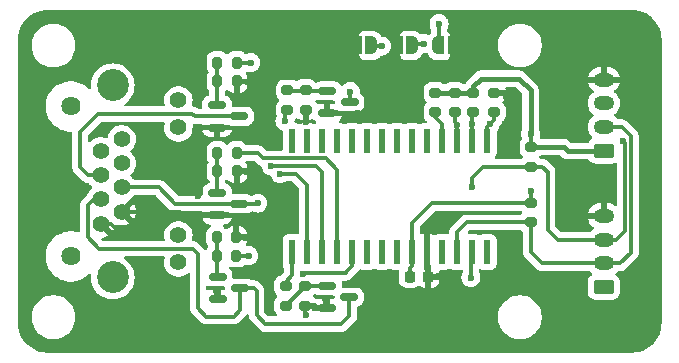
<source format=gbr>
G04 #@! TF.GenerationSoftware,KiCad,Pcbnew,8.0.0*
G04 #@! TF.CreationDate,2024-03-12T12:46:24+03:00*
G04 #@! TF.ProjectId,Maxxfan_ethernet_controller,4d617878-6661-46e5-9f65-746865726e65,rev?*
G04 #@! TF.SameCoordinates,Original*
G04 #@! TF.FileFunction,Copper,L1,Top*
G04 #@! TF.FilePolarity,Positive*
%FSLAX46Y46*%
G04 Gerber Fmt 4.6, Leading zero omitted, Abs format (unit mm)*
G04 Created by KiCad (PCBNEW 8.0.0) date 2024-03-12 12:46:24*
%MOMM*%
%LPD*%
G01*
G04 APERTURE LIST*
G04 Aperture macros list*
%AMRoundRect*
0 Rectangle with rounded corners*
0 $1 Rounding radius*
0 $2 $3 $4 $5 $6 $7 $8 $9 X,Y pos of 4 corners*
0 Add a 4 corners polygon primitive as box body*
4,1,4,$2,$3,$4,$5,$6,$7,$8,$9,$2,$3,0*
0 Add four circle primitives for the rounded corners*
1,1,$1+$1,$2,$3*
1,1,$1+$1,$4,$5*
1,1,$1+$1,$6,$7*
1,1,$1+$1,$8,$9*
0 Add four rect primitives between the rounded corners*
20,1,$1+$1,$2,$3,$4,$5,0*
20,1,$1+$1,$4,$5,$6,$7,0*
20,1,$1+$1,$6,$7,$8,$9,0*
20,1,$1+$1,$8,$9,$2,$3,0*%
%AMFreePoly0*
4,1,19,0.000000,0.744911,0.071157,0.744911,0.207708,0.704816,0.327430,0.627875,0.420627,0.520320,0.479746,0.390866,0.500000,0.250000,0.500000,-0.250000,0.479746,-0.390866,0.420627,-0.520320,0.327430,-0.627875,0.207708,-0.704816,0.071157,-0.744911,0.000000,-0.744911,0.000000,-0.750000,-0.500000,-0.750000,-0.500000,0.750000,0.000000,0.750000,0.000000,0.744911,0.000000,0.744911,
$1*%
%AMFreePoly1*
4,1,19,0.500000,-0.750000,0.000000,-0.750000,0.000000,-0.744911,-0.071157,-0.744911,-0.207708,-0.704816,-0.327430,-0.627875,-0.420627,-0.520320,-0.479746,-0.390866,-0.500000,-0.250000,-0.500000,0.250000,-0.479746,0.390866,-0.420627,0.520320,-0.327430,0.627875,-0.207708,0.704816,-0.071157,0.744911,0.000000,0.744911,0.000000,0.750000,0.500000,0.750000,0.500000,-0.750000,0.500000,-0.750000,
$1*%
G04 Aperture macros list end*
G04 #@! TA.AperFunction,ComponentPad*
%ADD10RoundRect,0.250000X0.625000X-0.350000X0.625000X0.350000X-0.625000X0.350000X-0.625000X-0.350000X0*%
G04 #@! TD*
G04 #@! TA.AperFunction,ComponentPad*
%ADD11O,1.750000X1.200000*%
G04 #@! TD*
G04 #@! TA.AperFunction,SMDPad,CuDef*
%ADD12FreePoly0,180.000000*%
G04 #@! TD*
G04 #@! TA.AperFunction,SMDPad,CuDef*
%ADD13FreePoly1,180.000000*%
G04 #@! TD*
G04 #@! TA.AperFunction,SMDPad,CuDef*
%ADD14FreePoly0,0.000000*%
G04 #@! TD*
G04 #@! TA.AperFunction,SMDPad,CuDef*
%ADD15FreePoly1,0.000000*%
G04 #@! TD*
G04 #@! TA.AperFunction,SMDPad,CuDef*
%ADD16RoundRect,0.150000X-0.587500X-0.150000X0.587500X-0.150000X0.587500X0.150000X-0.587500X0.150000X0*%
G04 #@! TD*
G04 #@! TA.AperFunction,SMDPad,CuDef*
%ADD17RoundRect,0.200000X0.275000X-0.200000X0.275000X0.200000X-0.275000X0.200000X-0.275000X-0.200000X0*%
G04 #@! TD*
G04 #@! TA.AperFunction,SMDPad,CuDef*
%ADD18RoundRect,0.200000X0.200000X0.275000X-0.200000X0.275000X-0.200000X-0.275000X0.200000X-0.275000X0*%
G04 #@! TD*
G04 #@! TA.AperFunction,SMDPad,CuDef*
%ADD19RoundRect,0.200000X-0.275000X0.200000X-0.275000X-0.200000X0.275000X-0.200000X0.275000X0.200000X0*%
G04 #@! TD*
G04 #@! TA.AperFunction,ComponentPad*
%ADD20C,1.400000*%
G04 #@! TD*
G04 #@! TA.AperFunction,ComponentPad*
%ADD21C,1.625000*%
G04 #@! TD*
G04 #@! TA.AperFunction,ComponentPad*
%ADD22C,2.700000*%
G04 #@! TD*
G04 #@! TA.AperFunction,SMDPad,CuDef*
%ADD23R,0.600000X2.000000*%
G04 #@! TD*
G04 #@! TA.AperFunction,SMDPad,CuDef*
%ADD24RoundRect,0.225000X-0.225000X-0.250000X0.225000X-0.250000X0.225000X0.250000X-0.225000X0.250000X0*%
G04 #@! TD*
G04 #@! TA.AperFunction,ViaPad*
%ADD25C,0.600000*%
G04 #@! TD*
G04 #@! TA.AperFunction,Conductor*
%ADD26C,0.304800*%
G04 #@! TD*
G04 #@! TA.AperFunction,Conductor*
%ADD27C,0.381000*%
G04 #@! TD*
G04 APERTURE END LIST*
D10*
X144600000Y-118450000D03*
D11*
X144600000Y-116450000D03*
X144600000Y-114450000D03*
X144600000Y-112450000D03*
X144600000Y-100900000D03*
X144600000Y-102900000D03*
X144600000Y-104900000D03*
D10*
X144600000Y-106900000D03*
D12*
X130600000Y-98000000D03*
D13*
X131900000Y-98000000D03*
D14*
X124900000Y-98000000D03*
D15*
X123600000Y-98000000D03*
D16*
X121175000Y-118350000D03*
X121175000Y-120250000D03*
X123050000Y-119300000D03*
D17*
X135312500Y-103650000D03*
X135312500Y-102000000D03*
D18*
X113525000Y-99450000D03*
X111875000Y-99450000D03*
D14*
X128350000Y-98000000D03*
D15*
X127050000Y-98000000D03*
D16*
X121200000Y-101850000D03*
X121200000Y-103750000D03*
X123075000Y-102800000D03*
D18*
X113475000Y-114250000D03*
X111825000Y-114250000D03*
D16*
X111900000Y-117600000D03*
X111900000Y-119500000D03*
X113775000Y-118550000D03*
D19*
X138400000Y-111325000D03*
X138400000Y-112975000D03*
D16*
X111850000Y-103050000D03*
X111850000Y-104950000D03*
X113725000Y-104000000D03*
D20*
X103780000Y-105940000D03*
X102000000Y-106960000D03*
X103780000Y-107980000D03*
X102000000Y-109000000D03*
X103780000Y-110020000D03*
X102000000Y-111040000D03*
X103780000Y-112060000D03*
X102000000Y-113080000D03*
X108590000Y-102650000D03*
X108590000Y-104940000D03*
X108590000Y-114080000D03*
X108590000Y-116370000D03*
D21*
X99460000Y-103160000D03*
X99460000Y-115860000D03*
D22*
X103020000Y-101380000D03*
X103020000Y-117640000D03*
D19*
X117650000Y-118375000D03*
X117650000Y-120025000D03*
D18*
X113525000Y-108650000D03*
X111875000Y-108650000D03*
D17*
X119362500Y-103425000D03*
X119362500Y-101775000D03*
D19*
X138450000Y-106600000D03*
X138450000Y-108250000D03*
X131962500Y-102000000D03*
X131962500Y-103650000D03*
D18*
X113475000Y-115800000D03*
X111825000Y-115800000D03*
D17*
X117812500Y-103450000D03*
X117812500Y-101800000D03*
D18*
X113525000Y-101050000D03*
X111875000Y-101050000D03*
D23*
X118207500Y-115475000D03*
X119477500Y-115475000D03*
X120747500Y-115475000D03*
X122017500Y-115475000D03*
X123287500Y-115475000D03*
X124557500Y-115475000D03*
X125827500Y-115475000D03*
X127097500Y-115475000D03*
X128367500Y-115475000D03*
X129637500Y-115475000D03*
X130907500Y-115475000D03*
X132177500Y-115475000D03*
X133447500Y-115475000D03*
X134717500Y-115475000D03*
X134717500Y-106075000D03*
X133447500Y-106075000D03*
X132177500Y-106075000D03*
X130907500Y-106075000D03*
X129637500Y-106075000D03*
X128367500Y-106075000D03*
X127097500Y-106075000D03*
X125827500Y-106075000D03*
X124557500Y-106075000D03*
X123287500Y-106075000D03*
X122017500Y-106075000D03*
X120747500Y-106075000D03*
X119477500Y-106075000D03*
X118207500Y-106075000D03*
D19*
X130312500Y-102000000D03*
X130312500Y-103650000D03*
D18*
X113525000Y-107100000D03*
X111875000Y-107100000D03*
D16*
X111875000Y-110450000D03*
X111875000Y-112350000D03*
X113750000Y-111400000D03*
D19*
X133562500Y-102000000D03*
X133562500Y-103650000D03*
D17*
X119312500Y-120025000D03*
X119312500Y-118375000D03*
D24*
X128187500Y-117575000D03*
X129737500Y-117575000D03*
D25*
X123802400Y-103750000D03*
X132900000Y-98000000D03*
X127050000Y-99300000D03*
X122350000Y-98000000D03*
X117600000Y-104400000D03*
X117200000Y-108854800D03*
X114700000Y-99450000D03*
X116450000Y-108202400D03*
X115300000Y-111350000D03*
X123150000Y-101900000D03*
X114550000Y-115800000D03*
X119100000Y-117350000D03*
X125800000Y-98050000D03*
X129350000Y-97850000D03*
X130650000Y-96150000D03*
X134975000Y-104675000D03*
X132177500Y-104722500D03*
X133400000Y-104650000D03*
X136350000Y-102300000D03*
X138400000Y-105500000D03*
X138400000Y-110350000D03*
X146247600Y-106086317D03*
X133350000Y-117650000D03*
X133400000Y-109950000D03*
X114300000Y-114300000D03*
X114400000Y-108700000D03*
X114450000Y-101100000D03*
X119350000Y-104450000D03*
X110200000Y-110747600D03*
X110200000Y-112350000D03*
X130650000Y-117550000D03*
X119350000Y-120800000D03*
X111800000Y-118700000D03*
X121000000Y-119400000D03*
X106900000Y-113250000D03*
D26*
X123802400Y-103750000D02*
X121200000Y-103750000D01*
D27*
X133562500Y-102000000D02*
X133562500Y-101437500D01*
X133562500Y-101437500D02*
X134200000Y-100800000D01*
X137400000Y-100800000D02*
X138400000Y-101800000D01*
X134200000Y-100800000D02*
X137400000Y-100800000D01*
X138400000Y-101800000D02*
X138400000Y-105500000D01*
D26*
X135312500Y-102000000D02*
X136050000Y-102000000D01*
X136050000Y-102000000D02*
X136350000Y-102300000D01*
X131900000Y-98000000D02*
X132900000Y-98000000D01*
X127050000Y-98000000D02*
X127050000Y-99300000D01*
X123600000Y-98000000D02*
X122350000Y-98000000D01*
X122017500Y-115475000D02*
X122017500Y-108517500D01*
X122017500Y-108517500D02*
X121050000Y-107550000D01*
X115300000Y-107100000D02*
X113525000Y-107100000D01*
X121050000Y-107550000D02*
X115750000Y-107550000D01*
X115750000Y-107550000D02*
X115300000Y-107100000D01*
X120747500Y-115475000D02*
X120747500Y-108752300D01*
X120747500Y-108752300D02*
X120197600Y-108202400D01*
X120197600Y-108202400D02*
X116450000Y-108202400D01*
X118850000Y-109200000D02*
X118504800Y-108854800D01*
X119477500Y-109827500D02*
X118850000Y-109200000D01*
X118504800Y-108854800D02*
X117200000Y-108854800D01*
X119477500Y-115475000D02*
X119477500Y-109827500D01*
X117600000Y-104400000D02*
X117600000Y-103662500D01*
X117600000Y-103662500D02*
X117812500Y-103450000D01*
X114700000Y-99450000D02*
X113525000Y-99450000D01*
X115250000Y-111400000D02*
X115300000Y-111350000D01*
X123150000Y-101900000D02*
X123150000Y-102725000D01*
X123150000Y-102725000D02*
X123075000Y-102800000D01*
X113750000Y-111400000D02*
X115250000Y-111400000D01*
X119200000Y-117250000D02*
X119100000Y-117350000D01*
X123287500Y-116712500D02*
X122800000Y-117200000D01*
X122800000Y-117200000D02*
X122750000Y-117250000D01*
X123287500Y-115475000D02*
X123287500Y-116712500D01*
X122750000Y-117250000D02*
X119200000Y-117250000D01*
X114550000Y-115800000D02*
X113475000Y-115800000D01*
X125800000Y-98050000D02*
X124950000Y-98050000D01*
X124950000Y-98050000D02*
X124900000Y-98000000D01*
X128500000Y-97850000D02*
X128350000Y-98000000D01*
X129350000Y-97850000D02*
X128500000Y-97850000D01*
X130650000Y-97950000D02*
X130600000Y-98000000D01*
X130650000Y-96150000D02*
X130650000Y-97950000D01*
X134975000Y-104675000D02*
X135312500Y-104337500D01*
X134717500Y-106075000D02*
X134717500Y-104932500D01*
X134717500Y-104932500D02*
X134975000Y-104675000D01*
X130312500Y-104062500D02*
X130825000Y-104575000D01*
X130907500Y-106075000D02*
X130907500Y-104657500D01*
X130907500Y-104657500D02*
X130825000Y-104575000D01*
X132177500Y-106075000D02*
X132177500Y-104722500D01*
X133400000Y-103812500D02*
X133400000Y-104650000D01*
X133447500Y-106075000D02*
X133447500Y-104697500D01*
X133447500Y-104697500D02*
X133400000Y-104650000D01*
X135312500Y-104337500D02*
X135312500Y-103650000D01*
X133562500Y-103650000D02*
X133400000Y-103812500D01*
X131962500Y-104462500D02*
X132200000Y-104700000D01*
X132200000Y-104700000D02*
X132177500Y-104722500D01*
X131962500Y-103650000D02*
X131962500Y-104462500D01*
X130312500Y-103650000D02*
X130312500Y-104062500D01*
D27*
X133562500Y-102000000D02*
X130312500Y-102000000D01*
D26*
X138400000Y-111325000D02*
X138400000Y-110350000D01*
X138400000Y-105500000D02*
X138400000Y-106550000D01*
X138400000Y-106550000D02*
X138450000Y-106600000D01*
D27*
X138450000Y-106600000D02*
X141200000Y-106600000D01*
X141200000Y-106600000D02*
X141550000Y-106950000D01*
X141550000Y-106950000D02*
X144550000Y-106950000D01*
X144550000Y-106950000D02*
X144600000Y-106900000D01*
D26*
X146395200Y-113704800D02*
X145650000Y-114450000D01*
X146247600Y-106086317D02*
X146395200Y-106233917D01*
X146395200Y-106233917D02*
X146395200Y-113704800D01*
X145650000Y-114450000D02*
X144600000Y-114450000D01*
X144600000Y-116450000D02*
X146000000Y-116450000D01*
X146000000Y-116450000D02*
X146900000Y-115550000D01*
X146900000Y-105700000D02*
X146100000Y-104900000D01*
X146100000Y-104900000D02*
X144600000Y-104900000D01*
X146900000Y-115550000D02*
X146900000Y-105700000D01*
X138450000Y-108250000D02*
X139400000Y-108250000D01*
X139400000Y-108250000D02*
X139850000Y-108700000D01*
X139850000Y-108700000D02*
X139850000Y-113600000D01*
X139850000Y-113600000D02*
X140700000Y-114450000D01*
X140700000Y-114450000D02*
X144600000Y-114450000D01*
X138400000Y-112975000D02*
X138400000Y-115500000D01*
X138400000Y-115500000D02*
X139350000Y-116450000D01*
X139350000Y-116450000D02*
X144600000Y-116450000D01*
X133400000Y-109950000D02*
X133400000Y-109200000D01*
X133400000Y-109200000D02*
X134350000Y-108250000D01*
X134350000Y-108250000D02*
X138450000Y-108250000D01*
X133350000Y-115572500D02*
X133447500Y-115475000D01*
X133350000Y-117650000D02*
X133350000Y-115572500D01*
X132177500Y-115475000D02*
X132177500Y-113772500D01*
X132177500Y-113772500D02*
X132975000Y-112975000D01*
X132975000Y-112975000D02*
X138400000Y-112975000D01*
X138400000Y-111325000D02*
X138375000Y-111350000D01*
X138375000Y-111350000D02*
X130050000Y-111350000D01*
X130050000Y-111350000D02*
X128367500Y-113032500D01*
X128367500Y-113032500D02*
X128367500Y-115475000D01*
X114250000Y-114250000D02*
X114300000Y-114300000D01*
X113475000Y-114250000D02*
X114250000Y-114250000D01*
X114350000Y-108650000D02*
X114400000Y-108700000D01*
X113525000Y-108650000D02*
X114350000Y-108650000D01*
X114400000Y-101050000D02*
X114450000Y-101100000D01*
X113525000Y-101050000D02*
X114400000Y-101050000D01*
X119362500Y-104437500D02*
X119350000Y-104450000D01*
X119362500Y-103425000D02*
X119362500Y-104437500D01*
X121200000Y-101850000D02*
X117862500Y-101850000D01*
X117862500Y-101850000D02*
X117812500Y-101800000D01*
X110200000Y-105450000D02*
X110200000Y-110747600D01*
X110450000Y-105200000D02*
X110200000Y-105450000D01*
X111850000Y-104950000D02*
X110700000Y-104950000D01*
X110700000Y-104950000D02*
X110450000Y-105200000D01*
X109000000Y-112350000D02*
X110200000Y-112350000D01*
X110200000Y-112350000D02*
X111875000Y-112350000D01*
X111875000Y-107100000D02*
X111875000Y-110450000D01*
X111875000Y-101050000D02*
X111875000Y-99450000D01*
X111850000Y-103050000D02*
X111850000Y-101075000D01*
X111850000Y-101075000D02*
X111875000Y-101050000D01*
X130625000Y-117575000D02*
X130650000Y-117550000D01*
X129737500Y-117575000D02*
X130625000Y-117575000D01*
X129737500Y-116987500D02*
X129600000Y-116850000D01*
X129737500Y-117575000D02*
X129737500Y-116987500D01*
X129637500Y-116812500D02*
X129637500Y-115475000D01*
X129600000Y-116850000D02*
X129637500Y-116812500D01*
X128367500Y-115475000D02*
X128367500Y-116632500D01*
X128367500Y-116632500D02*
X128187500Y-116812500D01*
X128187500Y-116812500D02*
X128187500Y-117575000D01*
X117650000Y-118375000D02*
X117650000Y-118000000D01*
X117650000Y-118000000D02*
X118207500Y-117442500D01*
X118207500Y-117442500D02*
X118207500Y-115475000D01*
X123050000Y-119300000D02*
X123050000Y-120900000D01*
X123050000Y-120900000D02*
X122350000Y-121600000D01*
X122350000Y-121600000D02*
X115950000Y-121600000D01*
X115950000Y-121600000D02*
X115200000Y-120850000D01*
X115200000Y-120850000D02*
X115200000Y-118800000D01*
X115200000Y-118800000D02*
X114950000Y-118550000D01*
X114950000Y-118550000D02*
X113775000Y-118550000D01*
X119312500Y-118375000D02*
X121150000Y-118375000D01*
X121150000Y-118375000D02*
X121175000Y-118350000D01*
X117650000Y-120025000D02*
X117662500Y-120025000D01*
X117662500Y-120025000D02*
X119312500Y-118375000D01*
X119312500Y-120762500D02*
X119350000Y-120800000D01*
X119312500Y-120025000D02*
X119312500Y-120762500D01*
X111800000Y-119400000D02*
X111900000Y-119500000D01*
X111800000Y-118700000D02*
X111800000Y-119400000D01*
X102000000Y-111040000D02*
X101410000Y-111040000D01*
X109800000Y-115200000D02*
X110250000Y-115650000D01*
X100900000Y-111550000D02*
X100900000Y-114200000D01*
X101900000Y-115200000D02*
X109800000Y-115200000D01*
X110250000Y-120250000D02*
X110950000Y-120950000D01*
X113250000Y-120950000D02*
X113775000Y-120425000D01*
X100900000Y-114200000D02*
X101900000Y-115200000D01*
X101410000Y-111040000D02*
X100900000Y-111550000D01*
X113775000Y-120425000D02*
X113775000Y-118550000D01*
X110250000Y-115650000D02*
X110250000Y-120250000D01*
X110950000Y-120950000D02*
X113250000Y-120950000D01*
X102000000Y-113080000D02*
X102020000Y-113100000D01*
X102020000Y-113100000D02*
X102850000Y-113100000D01*
X102850000Y-113100000D02*
X103100000Y-113350000D01*
X103100000Y-113350000D02*
X106800000Y-113350000D01*
X106800000Y-113350000D02*
X106900000Y-113250000D01*
X121000000Y-119400000D02*
X121000000Y-120075000D01*
X121000000Y-120075000D02*
X121175000Y-120250000D01*
X111825000Y-115800000D02*
X111825000Y-114250000D01*
X111825000Y-115800000D02*
X111825000Y-117525000D01*
X111825000Y-117525000D02*
X111900000Y-117600000D01*
X108710000Y-112060000D02*
X109000000Y-112350000D01*
X103780000Y-112060000D02*
X108710000Y-112060000D01*
X103780000Y-110020000D02*
X106920000Y-110020000D01*
X106920000Y-110020000D02*
X108300000Y-111400000D01*
X108300000Y-111400000D02*
X113750000Y-111400000D01*
X102000000Y-109000000D02*
X100950000Y-109000000D01*
X100950000Y-109000000D02*
X100250000Y-108300000D01*
X100250000Y-108300000D02*
X100250000Y-105350000D01*
X100250000Y-105350000D02*
X101800000Y-103800000D01*
X101800000Y-103800000D02*
X109750000Y-103800000D01*
X109750000Y-103800000D02*
X109950000Y-104000000D01*
X109950000Y-104000000D02*
X113725000Y-104000000D01*
G04 #@! TA.AperFunction,Conductor*
G36*
X115045236Y-107772585D02*
G01*
X115065878Y-107789219D01*
X115333799Y-108057140D01*
X115429979Y-108121405D01*
X115432713Y-108123231D01*
X115440736Y-108128592D01*
X115559556Y-108177809D01*
X115559562Y-108177810D01*
X115565388Y-108179578D01*
X115564635Y-108182057D01*
X115616557Y-108209204D01*
X115651143Y-108269912D01*
X115653692Y-108284569D01*
X115664630Y-108381650D01*
X115664631Y-108381654D01*
X115724211Y-108551923D01*
X115760240Y-108609262D01*
X115820184Y-108704662D01*
X115947738Y-108832216D01*
X116021550Y-108878595D01*
X116055615Y-108900000D01*
X116100478Y-108928189D01*
X116253038Y-108981572D01*
X116270745Y-108987768D01*
X116270750Y-108987769D01*
X116326250Y-108994022D01*
X116390664Y-109021088D01*
X116429410Y-109076288D01*
X116474210Y-109204321D01*
X116480540Y-109214395D01*
X116570184Y-109357062D01*
X116697738Y-109484616D01*
X116788080Y-109541382D01*
X116847299Y-109578592D01*
X116850478Y-109580589D01*
X116985422Y-109627808D01*
X117020745Y-109640168D01*
X117020750Y-109640169D01*
X117199996Y-109660365D01*
X117200000Y-109660365D01*
X117200004Y-109660365D01*
X117379249Y-109640169D01*
X117379252Y-109640168D01*
X117379255Y-109640168D01*
X117549522Y-109580589D01*
X117635276Y-109526705D01*
X117701248Y-109507700D01*
X118182998Y-109507700D01*
X118250037Y-109527385D01*
X118270679Y-109544019D01*
X118338518Y-109611858D01*
X118338539Y-109611881D01*
X118788281Y-110061622D01*
X118821766Y-110122945D01*
X118824600Y-110149303D01*
X118824600Y-113880497D01*
X118804915Y-113947536D01*
X118752111Y-113993291D01*
X118682953Y-114003235D01*
X118657268Y-113996679D01*
X118614988Y-113980910D01*
X118614984Y-113980909D01*
X118614983Y-113980909D01*
X118555373Y-113974500D01*
X118555363Y-113974500D01*
X117859629Y-113974500D01*
X117859623Y-113974501D01*
X117800016Y-113980908D01*
X117665171Y-114031202D01*
X117665164Y-114031206D01*
X117549955Y-114117452D01*
X117549952Y-114117455D01*
X117463706Y-114232664D01*
X117463702Y-114232671D01*
X117413408Y-114367517D01*
X117407001Y-114427116D01*
X117407001Y-114427123D01*
X117407000Y-114427135D01*
X117407000Y-116522870D01*
X117407001Y-116522876D01*
X117413408Y-116582483D01*
X117463702Y-116717328D01*
X117463704Y-116717331D01*
X117529866Y-116805712D01*
X117554284Y-116871175D01*
X117554600Y-116880023D01*
X117554600Y-117120696D01*
X117534915Y-117187735D01*
X117518281Y-117208377D01*
X117266424Y-117460233D01*
X117215634Y-117490937D01*
X117085396Y-117531521D01*
X116939811Y-117619530D01*
X116819530Y-117739811D01*
X116731522Y-117885393D01*
X116680913Y-118047807D01*
X116676404Y-118097431D01*
X116674500Y-118118384D01*
X116674500Y-118631616D01*
X116674528Y-118631919D01*
X116680913Y-118702192D01*
X116680913Y-118702194D01*
X116680914Y-118702196D01*
X116726976Y-118850016D01*
X116731522Y-118864606D01*
X116819530Y-119010188D01*
X116921661Y-119112319D01*
X116955146Y-119173642D01*
X116950162Y-119243334D01*
X116921661Y-119287681D01*
X116819531Y-119389810D01*
X116819530Y-119389811D01*
X116731522Y-119535393D01*
X116680913Y-119697807D01*
X116674500Y-119768386D01*
X116674500Y-120281613D01*
X116680913Y-120352192D01*
X116680913Y-120352194D01*
X116680914Y-120352196D01*
X116697024Y-120403895D01*
X116731522Y-120514606D01*
X116819530Y-120660188D01*
X116894761Y-120735419D01*
X116928246Y-120796742D01*
X116923262Y-120866434D01*
X116881390Y-120922367D01*
X116815926Y-120946784D01*
X116807080Y-120947100D01*
X116271802Y-120947100D01*
X116204763Y-120927415D01*
X116184121Y-120910781D01*
X115889219Y-120615878D01*
X115855734Y-120554555D01*
X115852900Y-120528197D01*
X115852900Y-118735692D01*
X115827810Y-118609561D01*
X115827809Y-118609560D01*
X115827809Y-118609556D01*
X115778592Y-118490736D01*
X115776095Y-118486998D01*
X115775226Y-118485697D01*
X115707140Y-118383800D01*
X115707137Y-118383796D01*
X115366205Y-118042863D01*
X115366204Y-118042862D01*
X115366200Y-118042859D01*
X115259264Y-117971408D01*
X115205480Y-117949130D01*
X115140444Y-117922191D01*
X115140438Y-117922189D01*
X115014307Y-117897100D01*
X115014305Y-117897100D01*
X114823957Y-117897100D01*
X114760836Y-117879832D01*
X114757412Y-117877807D01*
X114622898Y-117798256D01*
X114622897Y-117798255D01*
X114622896Y-117798255D01*
X114622893Y-117798254D01*
X114465073Y-117752402D01*
X114465067Y-117752401D01*
X114428201Y-117749500D01*
X114428194Y-117749500D01*
X113262000Y-117749500D01*
X113194961Y-117729815D01*
X113149206Y-117677011D01*
X113138000Y-117625500D01*
X113138000Y-117384313D01*
X113137999Y-117384298D01*
X113137343Y-117375965D01*
X113135098Y-117347431D01*
X113130651Y-117332125D01*
X113089245Y-117189606D01*
X113089244Y-117189603D01*
X113089244Y-117189602D01*
X113005581Y-117048135D01*
X113005579Y-117048133D01*
X113005576Y-117048129D01*
X112891573Y-116934126D01*
X112858088Y-116872803D01*
X112863072Y-116803111D01*
X112904944Y-116747178D01*
X112970408Y-116722761D01*
X113016139Y-116728058D01*
X113147804Y-116769086D01*
X113218384Y-116775500D01*
X113218387Y-116775500D01*
X113731613Y-116775500D01*
X113731616Y-116775500D01*
X113802196Y-116769086D01*
X113964606Y-116718478D01*
X114110185Y-116630472D01*
X114156043Y-116584614D01*
X114217366Y-116551128D01*
X114284680Y-116555253D01*
X114370737Y-116585366D01*
X114370743Y-116585367D01*
X114370745Y-116585368D01*
X114370746Y-116585368D01*
X114370750Y-116585369D01*
X114549996Y-116605565D01*
X114550000Y-116605565D01*
X114550004Y-116605565D01*
X114729249Y-116585369D01*
X114729252Y-116585368D01*
X114729255Y-116585368D01*
X114899522Y-116525789D01*
X115052262Y-116429816D01*
X115179816Y-116302262D01*
X115275789Y-116149522D01*
X115335368Y-115979255D01*
X115336839Y-115966200D01*
X115355565Y-115800003D01*
X115355565Y-115799996D01*
X115335369Y-115620750D01*
X115335368Y-115620745D01*
X115315619Y-115564305D01*
X115275789Y-115450478D01*
X115179816Y-115297738D01*
X115052262Y-115170184D01*
X114976509Y-115122585D01*
X114899523Y-115074211D01*
X114729254Y-115014631D01*
X114729249Y-115014630D01*
X114550004Y-114994435D01*
X114549995Y-114994435D01*
X114434589Y-115007437D01*
X114365768Y-114995382D01*
X114314389Y-114948033D01*
X114296765Y-114880422D01*
X114314595Y-114820060D01*
X114318018Y-114814396D01*
X114318019Y-114814396D01*
X114368590Y-114652106D01*
X114375000Y-114581572D01*
X114375000Y-114500000D01*
X113349000Y-114500000D01*
X113281961Y-114480315D01*
X113236206Y-114427511D01*
X113225000Y-114376000D01*
X113225000Y-113275000D01*
X113725000Y-113275000D01*
X113725000Y-114000000D01*
X114374999Y-114000000D01*
X114374999Y-113918417D01*
X114368591Y-113847897D01*
X114368590Y-113847892D01*
X114318018Y-113685603D01*
X114230072Y-113540122D01*
X114109877Y-113419927D01*
X113964395Y-113331980D01*
X113964396Y-113331980D01*
X113802105Y-113281409D01*
X113802106Y-113281409D01*
X113731572Y-113275000D01*
X113725000Y-113275000D01*
X113225000Y-113275000D01*
X113224999Y-113274999D01*
X113218436Y-113275000D01*
X113218417Y-113275001D01*
X113147897Y-113281408D01*
X113147892Y-113281409D01*
X112985603Y-113331981D01*
X112840122Y-113419927D01*
X112840121Y-113419928D01*
X112738035Y-113522015D01*
X112676712Y-113555500D01*
X112607020Y-113550516D01*
X112562673Y-113522015D01*
X112460188Y-113419530D01*
X112435658Y-113404701D01*
X112394990Y-113380116D01*
X112347803Y-113328589D01*
X112335965Y-113259729D01*
X112363234Y-113195401D01*
X112420953Y-113156027D01*
X112459141Y-113150000D01*
X112528134Y-113150000D01*
X112528149Y-113149999D01*
X112564989Y-113147100D01*
X112564995Y-113147099D01*
X112722693Y-113101283D01*
X112722696Y-113101282D01*
X112864052Y-113017685D01*
X112864061Y-113017678D01*
X112980178Y-112901561D01*
X112980185Y-112901552D01*
X113063781Y-112760198D01*
X113109600Y-112602486D01*
X113109795Y-112600001D01*
X113109795Y-112600000D01*
X110640205Y-112600000D01*
X110640204Y-112600001D01*
X110640399Y-112602486D01*
X110686218Y-112760198D01*
X110769814Y-112901552D01*
X110769821Y-112901561D01*
X110885938Y-113017678D01*
X110885947Y-113017685D01*
X111027303Y-113101282D01*
X111027306Y-113101283D01*
X111185004Y-113147099D01*
X111185011Y-113147100D01*
X111203592Y-113148562D01*
X111268881Y-113173443D01*
X111310355Y-113229672D01*
X111314844Y-113299398D01*
X111280924Y-113360482D01*
X111258019Y-113378296D01*
X111189814Y-113419528D01*
X111189810Y-113419531D01*
X111069530Y-113539811D01*
X110981522Y-113685393D01*
X110930913Y-113847807D01*
X110924500Y-113918386D01*
X110924500Y-114581613D01*
X110930913Y-114652192D01*
X110981522Y-114814606D01*
X111069930Y-114960850D01*
X111087766Y-115028405D01*
X111069930Y-115089150D01*
X111069528Y-115089815D01*
X110985050Y-115229559D01*
X110977642Y-115241813D01*
X110975407Y-115240462D01*
X110937997Y-115284096D01*
X110871061Y-115304130D01*
X110803920Y-115284796D01*
X110767310Y-115249021D01*
X110757140Y-115233800D01*
X110757139Y-115233799D01*
X110757137Y-115233796D01*
X110216205Y-114692863D01*
X110216204Y-114692862D01*
X110216200Y-114692859D01*
X110109264Y-114621408D01*
X109990444Y-114572191D01*
X109990438Y-114572189D01*
X109864307Y-114547099D01*
X109858245Y-114546503D01*
X109858502Y-114543885D01*
X109802410Y-114527415D01*
X109756655Y-114474611D01*
X109746711Y-114405453D01*
X109750182Y-114389167D01*
X109756342Y-114367516D01*
X109775115Y-114301536D01*
X109795643Y-114080000D01*
X109791121Y-114031204D01*
X109775115Y-113858464D01*
X109775114Y-113858462D01*
X109772082Y-113847807D01*
X109714229Y-113644472D01*
X109714224Y-113644461D01*
X109615061Y-113445316D01*
X109615056Y-113445308D01*
X109480979Y-113267761D01*
X109316562Y-113117876D01*
X109316560Y-113117874D01*
X109127404Y-113000754D01*
X109127398Y-113000752D01*
X109105630Y-112992319D01*
X108919940Y-112920382D01*
X108701243Y-112879500D01*
X108478757Y-112879500D01*
X108260060Y-112920382D01*
X108136641Y-112968195D01*
X108052601Y-113000752D01*
X108052595Y-113000754D01*
X107863439Y-113117874D01*
X107863437Y-113117876D01*
X107699020Y-113267761D01*
X107564943Y-113445308D01*
X107564938Y-113445316D01*
X107465775Y-113644461D01*
X107465769Y-113644476D01*
X107404885Y-113858462D01*
X107404884Y-113858464D01*
X107384357Y-114079999D01*
X107384357Y-114080000D01*
X107404884Y-114301533D01*
X107429818Y-114389167D01*
X107429230Y-114459034D01*
X107390963Y-114517492D01*
X107327166Y-114545982D01*
X107310551Y-114547100D01*
X102221802Y-114547100D01*
X102154763Y-114527415D01*
X102134121Y-114510781D01*
X102102419Y-114479079D01*
X102068934Y-114417756D01*
X102073918Y-114348064D01*
X102115790Y-114292131D01*
X102167315Y-114269509D01*
X102329809Y-114239133D01*
X102537168Y-114158801D01*
X102537181Y-114158795D01*
X102653326Y-114086879D01*
X102088585Y-113522138D01*
X102173694Y-113499333D01*
X102276306Y-113440090D01*
X102360090Y-113356306D01*
X102419333Y-113253694D01*
X102442138Y-113168585D01*
X103008861Y-113735308D01*
X103024631Y-113714425D01*
X103024633Y-113714422D01*
X103123759Y-113515350D01*
X103184621Y-113301439D01*
X103186036Y-113286172D01*
X103211822Y-113221234D01*
X103268622Y-113180546D01*
X103338403Y-113177026D01*
X103354301Y-113181986D01*
X103450190Y-113219133D01*
X103668807Y-113260000D01*
X103891193Y-113260000D01*
X104109809Y-113219133D01*
X104317168Y-113138801D01*
X104317181Y-113138795D01*
X104433326Y-113066879D01*
X103868585Y-112502138D01*
X103953694Y-112479333D01*
X104056306Y-112420090D01*
X104140090Y-112336306D01*
X104199333Y-112233694D01*
X104222138Y-112148585D01*
X104788861Y-112715308D01*
X104804631Y-112694425D01*
X104804633Y-112694422D01*
X104903759Y-112495350D01*
X104964621Y-112281439D01*
X104985141Y-112060000D01*
X104985141Y-112059999D01*
X104964621Y-111838560D01*
X104903759Y-111624649D01*
X104804635Y-111425580D01*
X104804630Y-111425572D01*
X104788860Y-111404690D01*
X104222137Y-111971413D01*
X104199333Y-111886306D01*
X104140090Y-111783694D01*
X104056306Y-111699910D01*
X103953694Y-111640667D01*
X103868585Y-111617861D01*
X104475730Y-111010717D01*
X104476236Y-111011223D01*
X104497526Y-110987718D01*
X104506562Y-110982124D01*
X104670981Y-110832236D01*
X104750138Y-110727415D01*
X104754097Y-110722173D01*
X104810206Y-110680537D01*
X104853051Y-110672900D01*
X106598197Y-110672900D01*
X106665236Y-110692585D01*
X106685878Y-110709219D01*
X107883798Y-111907139D01*
X107883801Y-111907141D01*
X107950736Y-111951865D01*
X107990736Y-111978592D01*
X108109556Y-112027809D01*
X108109560Y-112027809D01*
X108109561Y-112027810D01*
X108235692Y-112052900D01*
X108235695Y-112052900D01*
X110542427Y-112052900D01*
X110609466Y-112072585D01*
X110633483Y-112092728D01*
X110640205Y-112100000D01*
X112780685Y-112100000D01*
X112843806Y-112117268D01*
X112902102Y-112151744D01*
X112915254Y-112155565D01*
X113059926Y-112197597D01*
X113059929Y-112197597D01*
X113059931Y-112197598D01*
X113096806Y-112200500D01*
X113096814Y-112200500D01*
X114403186Y-112200500D01*
X114403194Y-112200500D01*
X114440069Y-112197598D01*
X114440071Y-112197597D01*
X114440073Y-112197597D01*
X114481691Y-112185505D01*
X114597898Y-112151744D01*
X114735836Y-112070167D01*
X114798957Y-112052900D01*
X114878327Y-112052900D01*
X114944299Y-112071906D01*
X114950476Y-112075788D01*
X114950480Y-112075790D01*
X115120737Y-112135366D01*
X115120743Y-112135367D01*
X115120745Y-112135368D01*
X115120746Y-112135368D01*
X115120750Y-112135369D01*
X115299996Y-112155565D01*
X115300000Y-112155565D01*
X115300004Y-112155565D01*
X115479249Y-112135369D01*
X115479252Y-112135368D01*
X115479255Y-112135368D01*
X115649522Y-112075789D01*
X115802262Y-111979816D01*
X115929816Y-111852262D01*
X116025789Y-111699522D01*
X116085368Y-111529255D01*
X116090277Y-111485692D01*
X116105565Y-111350000D01*
X116105565Y-111349996D01*
X116085369Y-111170750D01*
X116085368Y-111170745D01*
X116029549Y-111011223D01*
X116025789Y-111000478D01*
X116014256Y-110982124D01*
X115929815Y-110847737D01*
X115802262Y-110720184D01*
X115649523Y-110624211D01*
X115479254Y-110564631D01*
X115479249Y-110564630D01*
X115300004Y-110544435D01*
X115299996Y-110544435D01*
X115120750Y-110564630D01*
X115120745Y-110564631D01*
X114950476Y-110624211D01*
X114823831Y-110703788D01*
X114756594Y-110722788D01*
X114694739Y-110705527D01*
X114647203Y-110677415D01*
X114597898Y-110648256D01*
X114597894Y-110648255D01*
X114597893Y-110648254D01*
X114440073Y-110602402D01*
X114440067Y-110602401D01*
X114403201Y-110599500D01*
X114403194Y-110599500D01*
X113237000Y-110599500D01*
X113169961Y-110579815D01*
X113124206Y-110527011D01*
X113113000Y-110475500D01*
X113113000Y-110234313D01*
X113112999Y-110234298D01*
X113110098Y-110197432D01*
X113110097Y-110197426D01*
X113070641Y-110061622D01*
X113064244Y-110039602D01*
X112980581Y-109898135D01*
X112980579Y-109898133D01*
X112980576Y-109898129D01*
X112864370Y-109781923D01*
X112864362Y-109781917D01*
X112722896Y-109698255D01*
X112722895Y-109698254D01*
X112617304Y-109667577D01*
X112558419Y-109629970D01*
X112529213Y-109566498D01*
X112527900Y-109548501D01*
X112527900Y-109514119D01*
X112547585Y-109447080D01*
X112564218Y-109426439D01*
X112584725Y-109405932D01*
X112612673Y-109377983D01*
X112673994Y-109344499D01*
X112743685Y-109349483D01*
X112788034Y-109377984D01*
X112890122Y-109480072D01*
X113035604Y-109568019D01*
X113035603Y-109568019D01*
X113197894Y-109618590D01*
X113197893Y-109618590D01*
X113268408Y-109624998D01*
X113268426Y-109624999D01*
X113274999Y-109624998D01*
X113275000Y-109624998D01*
X113275000Y-108900000D01*
X113775000Y-108900000D01*
X113775000Y-109624999D01*
X113781581Y-109624999D01*
X113852102Y-109618591D01*
X113852107Y-109618590D01*
X114014396Y-109568018D01*
X114159877Y-109480072D01*
X114280072Y-109359877D01*
X114368019Y-109214395D01*
X114418590Y-109052106D01*
X114425000Y-108981572D01*
X114425000Y-108900000D01*
X113775000Y-108900000D01*
X113275000Y-108900000D01*
X113275000Y-108524000D01*
X113294685Y-108456961D01*
X113347489Y-108411206D01*
X113399000Y-108400000D01*
X114424999Y-108400000D01*
X114424999Y-108318417D01*
X114418591Y-108247897D01*
X114418590Y-108247892D01*
X114368018Y-108085603D01*
X114280633Y-107941050D01*
X114262797Y-107873495D01*
X114284315Y-107807022D01*
X114338355Y-107762734D01*
X114386750Y-107752900D01*
X114978197Y-107752900D01*
X115045236Y-107772585D01*
G37*
G04 #@! TD.AperFunction*
G04 #@! TA.AperFunction,Conductor*
G36*
X120216867Y-119038803D02*
G01*
X120236649Y-119048251D01*
X120327102Y-119101744D01*
X120363501Y-119112319D01*
X120484926Y-119147597D01*
X120484929Y-119147597D01*
X120484931Y-119147598D01*
X120521806Y-119150500D01*
X121688000Y-119150500D01*
X121755039Y-119170185D01*
X121800794Y-119222989D01*
X121812000Y-119274500D01*
X121812000Y-119326000D01*
X121792315Y-119393039D01*
X121739511Y-119438794D01*
X121688000Y-119450000D01*
X121425000Y-119450000D01*
X121425000Y-120376000D01*
X121405315Y-120443039D01*
X121352511Y-120488794D01*
X121301000Y-120500000D01*
X120018500Y-120500000D01*
X119951461Y-120480315D01*
X119905706Y-120427511D01*
X119894500Y-120376000D01*
X119894500Y-120275000D01*
X119186500Y-120275000D01*
X119119461Y-120255315D01*
X119073706Y-120202511D01*
X119062500Y-120151000D01*
X119062500Y-119899000D01*
X119082185Y-119831961D01*
X119134989Y-119786206D01*
X119186500Y-119775000D01*
X120206500Y-119775000D01*
X120273539Y-119794685D01*
X120319294Y-119847489D01*
X120330500Y-119899000D01*
X120330500Y-120000000D01*
X120925000Y-120000000D01*
X120925000Y-119450000D01*
X120521850Y-119450000D01*
X120485010Y-119452899D01*
X120485004Y-119452900D01*
X120319811Y-119500894D01*
X120319031Y-119498209D01*
X120262879Y-119505119D01*
X120199928Y-119474805D01*
X120176907Y-119446917D01*
X120142574Y-119390125D01*
X120142571Y-119390121D01*
X120040484Y-119288034D01*
X120006999Y-119226711D01*
X120011983Y-119157019D01*
X120040482Y-119112674D01*
X120085854Y-119067302D01*
X120147175Y-119033819D01*
X120216867Y-119038803D01*
G37*
G04 #@! TD.AperFunction*
G04 #@! TA.AperFunction,Conductor*
G36*
X111061495Y-118354473D02*
G01*
X111209926Y-118397597D01*
X111209929Y-118397597D01*
X111209931Y-118397598D01*
X111246806Y-118400500D01*
X112413000Y-118400500D01*
X112480039Y-118420185D01*
X112525794Y-118472989D01*
X112537000Y-118524500D01*
X112537000Y-118576000D01*
X112517315Y-118643039D01*
X112464511Y-118688794D01*
X112413000Y-118700000D01*
X112150000Y-118700000D01*
X112150000Y-119626000D01*
X112130315Y-119693039D01*
X112077511Y-119738794D01*
X112026000Y-119750000D01*
X111774000Y-119750000D01*
X111706961Y-119730315D01*
X111661206Y-119677511D01*
X111650000Y-119626000D01*
X111650000Y-118700000D01*
X111246850Y-118700000D01*
X111210010Y-118702899D01*
X111061494Y-118746047D01*
X110991625Y-118745847D01*
X110932955Y-118707904D01*
X110904112Y-118644266D01*
X110902900Y-118626970D01*
X110902900Y-118473549D01*
X110922585Y-118406510D01*
X110975389Y-118360755D01*
X111044547Y-118350811D01*
X111061495Y-118354473D01*
G37*
G04 #@! TD.AperFunction*
G04 #@! TA.AperFunction,Conductor*
G36*
X140929456Y-107310685D02*
G01*
X140950093Y-107327314D01*
X141047779Y-107425000D01*
X141109515Y-107486736D01*
X141222682Y-107562352D01*
X141222695Y-107562359D01*
X141348438Y-107614443D01*
X141348443Y-107614445D01*
X141348447Y-107614445D01*
X141348448Y-107614446D01*
X141481939Y-107641000D01*
X141481942Y-107641000D01*
X141481943Y-107641000D01*
X141618057Y-107641000D01*
X143265183Y-107641000D01*
X143332222Y-107660685D01*
X143370721Y-107699903D01*
X143382288Y-107718656D01*
X143506344Y-107842712D01*
X143655666Y-107934814D01*
X143822203Y-107989999D01*
X143924991Y-108000500D01*
X145275008Y-108000499D01*
X145377797Y-107989999D01*
X145544334Y-107934814D01*
X145551374Y-107930472D01*
X145553203Y-107929344D01*
X145620595Y-107910903D01*
X145687259Y-107931825D01*
X145732029Y-107985467D01*
X145742300Y-108034882D01*
X145742300Y-111477091D01*
X145722615Y-111544130D01*
X145669811Y-111589885D01*
X145600653Y-111599829D01*
X145545416Y-111577410D01*
X145451527Y-111509197D01*
X145297257Y-111430591D01*
X145132584Y-111377085D01*
X144961571Y-111350000D01*
X144850000Y-111350000D01*
X144850000Y-112169670D01*
X144830255Y-112149925D01*
X144744745Y-112100556D01*
X144649370Y-112075000D01*
X144550630Y-112075000D01*
X144455255Y-112100556D01*
X144369745Y-112149925D01*
X144350000Y-112169670D01*
X144350000Y-111350000D01*
X144238429Y-111350000D01*
X144067415Y-111377085D01*
X143902742Y-111430591D01*
X143748475Y-111509195D01*
X143608397Y-111610967D01*
X143485967Y-111733397D01*
X143384195Y-111873475D01*
X143305591Y-112027744D01*
X143252085Y-112192415D01*
X143250884Y-112199999D01*
X143250885Y-112200000D01*
X144319670Y-112200000D01*
X144299925Y-112219745D01*
X144250556Y-112305255D01*
X144225000Y-112400630D01*
X144225000Y-112499370D01*
X144250556Y-112594745D01*
X144299925Y-112680255D01*
X144319670Y-112700000D01*
X143250885Y-112700000D01*
X143252085Y-112707584D01*
X143305591Y-112872255D01*
X143384195Y-113026524D01*
X143485967Y-113166602D01*
X143608401Y-113289036D01*
X143691447Y-113349371D01*
X143734114Y-113404701D01*
X143740093Y-113474314D01*
X143707488Y-113536109D01*
X143691450Y-113550007D01*
X143608072Y-113610585D01*
X143485588Y-113733069D01*
X143485588Y-113733070D01*
X143485586Y-113733072D01*
X143476202Y-113745986D01*
X143420874Y-113788651D01*
X143375886Y-113797100D01*
X141021802Y-113797100D01*
X140954763Y-113777415D01*
X140934121Y-113760781D01*
X140539219Y-113365878D01*
X140505734Y-113304555D01*
X140502900Y-113278197D01*
X140502900Y-108635692D01*
X140477810Y-108509561D01*
X140477809Y-108509560D01*
X140477809Y-108509556D01*
X140428592Y-108390736D01*
X140416201Y-108372191D01*
X140357140Y-108283800D01*
X140357137Y-108283796D01*
X139816205Y-107742863D01*
X139816204Y-107742862D01*
X139779978Y-107718657D01*
X139709264Y-107671408D01*
X139683376Y-107660685D01*
X139590444Y-107622191D01*
X139590438Y-107622189D01*
X139464307Y-107597100D01*
X139464305Y-107597100D01*
X139314119Y-107597100D01*
X139247080Y-107577415D01*
X139226437Y-107560780D01*
X139178337Y-107512679D01*
X139144853Y-107451356D01*
X139149838Y-107381664D01*
X139178345Y-107337311D01*
X139183347Y-107332309D01*
X139188348Y-107327310D01*
X139249674Y-107293831D01*
X139276020Y-107291000D01*
X140862417Y-107291000D01*
X140929456Y-107310685D01*
G37*
G04 #@! TD.AperFunction*
G04 #@! TA.AperFunction,Conductor*
G36*
X137129455Y-101510685D02*
G01*
X137150097Y-101527319D01*
X137672681Y-102049902D01*
X137706166Y-102111225D01*
X137709000Y-102137583D01*
X137709000Y-105059387D01*
X137689995Y-105125357D01*
X137674209Y-105150480D01*
X137614633Y-105320737D01*
X137614630Y-105320750D01*
X137594435Y-105499996D01*
X137594435Y-105500003D01*
X137614630Y-105679249D01*
X137614633Y-105679262D01*
X137664188Y-105820878D01*
X137667751Y-105890657D01*
X137634830Y-105949512D01*
X137619526Y-105964816D01*
X137531522Y-106110393D01*
X137480913Y-106272807D01*
X137476142Y-106325311D01*
X137474500Y-106343384D01*
X137474500Y-106856616D01*
X137475568Y-106868363D01*
X137480913Y-106927192D01*
X137480913Y-106927194D01*
X137480914Y-106927196D01*
X137519691Y-107051637D01*
X137531522Y-107089606D01*
X137619530Y-107235188D01*
X137721661Y-107337319D01*
X137755146Y-107398642D01*
X137750162Y-107468334D01*
X137721662Y-107512680D01*
X137673563Y-107560780D01*
X137612240Y-107594266D01*
X137585881Y-107597100D01*
X135499583Y-107597100D01*
X135432544Y-107577415D01*
X135386789Y-107524611D01*
X135376845Y-107455453D01*
X135400317Y-107398789D01*
X135461293Y-107317335D01*
X135461292Y-107317335D01*
X135461296Y-107317331D01*
X135511591Y-107182483D01*
X135518000Y-107122873D01*
X135517999Y-105315440D01*
X135537684Y-105248402D01*
X135554319Y-105227759D01*
X135604813Y-105177265D01*
X135604813Y-105177264D01*
X135604816Y-105177262D01*
X135700789Y-105024522D01*
X135760368Y-104854255D01*
X135760751Y-104850854D01*
X135761611Y-104848806D01*
X135761917Y-104847468D01*
X135762151Y-104847521D01*
X135787813Y-104786439D01*
X135796284Y-104777055D01*
X135819640Y-104753700D01*
X135891092Y-104646764D01*
X135940309Y-104527944D01*
X135946073Y-104498970D01*
X135978458Y-104437059D01*
X136003537Y-104417046D01*
X136022685Y-104405472D01*
X136142972Y-104285185D01*
X136230978Y-104139606D01*
X136281586Y-103977196D01*
X136288000Y-103906616D01*
X136288000Y-103393384D01*
X136281586Y-103322804D01*
X136230978Y-103160394D01*
X136142972Y-103014815D01*
X136142970Y-103014813D01*
X136142969Y-103014811D01*
X136040484Y-102912326D01*
X136006999Y-102851003D01*
X136011983Y-102781311D01*
X136040485Y-102736963D01*
X136142571Y-102634878D01*
X136142572Y-102634877D01*
X136230519Y-102489395D01*
X136281090Y-102327106D01*
X136287500Y-102256572D01*
X136287500Y-102250000D01*
X135186500Y-102250000D01*
X135119461Y-102230315D01*
X135073706Y-102177511D01*
X135062500Y-102126000D01*
X135062500Y-101874000D01*
X135082185Y-101806961D01*
X135134989Y-101761206D01*
X135186500Y-101750000D01*
X136287499Y-101750000D01*
X136287499Y-101743417D01*
X136281091Y-101672897D01*
X136281091Y-101672894D01*
X136274546Y-101651889D01*
X136273396Y-101582029D01*
X136310197Y-101522637D01*
X136373267Y-101492569D01*
X136392932Y-101491000D01*
X137062416Y-101491000D01*
X137129455Y-101510685D01*
G37*
G04 #@! TD.AperFunction*
G04 #@! TA.AperFunction,Conductor*
G36*
X119555539Y-103194685D02*
G01*
X119601294Y-103247489D01*
X119612500Y-103299000D01*
X119612500Y-104324999D01*
X119694081Y-104324999D01*
X119764602Y-104318591D01*
X119764607Y-104318590D01*
X119926894Y-104268019D01*
X119929023Y-104266733D01*
X119930795Y-104266264D01*
X119933739Y-104264940D01*
X119933959Y-104265429D01*
X119996576Y-104248890D01*
X120063052Y-104270402D01*
X120091167Y-104296850D01*
X120094819Y-104301559D01*
X120210938Y-104417678D01*
X120217107Y-104422463D01*
X120215765Y-104424192D01*
X120255824Y-104467084D01*
X120268337Y-104535824D01*
X120241700Y-104600417D01*
X120211883Y-104625377D01*
X120212267Y-104625890D01*
X120186809Y-104644947D01*
X120121344Y-104669363D01*
X120053071Y-104654510D01*
X120038191Y-104644947D01*
X120019834Y-104631205D01*
X120019828Y-104631202D01*
X119884986Y-104580910D01*
X119884985Y-104580909D01*
X119884983Y-104580909D01*
X119825373Y-104574500D01*
X119825363Y-104574500D01*
X119129629Y-104574500D01*
X119129623Y-104574501D01*
X119070016Y-104580908D01*
X118935171Y-104631202D01*
X118935165Y-104631205D01*
X118916809Y-104644947D01*
X118851344Y-104669363D01*
X118783071Y-104654510D01*
X118768191Y-104644947D01*
X118749834Y-104631205D01*
X118749828Y-104631202D01*
X118614982Y-104580908D01*
X118614983Y-104580908D01*
X118555383Y-104574501D01*
X118555381Y-104574500D01*
X118555373Y-104574500D01*
X118555365Y-104574500D01*
X118524659Y-104574500D01*
X118457620Y-104554815D01*
X118411865Y-104502011D01*
X118401439Y-104436615D01*
X118403645Y-104417044D01*
X118405565Y-104400000D01*
X118404760Y-104392859D01*
X118401405Y-104363079D01*
X118413459Y-104294257D01*
X118460473Y-104243079D01*
X118522685Y-104205472D01*
X118522691Y-104205465D01*
X118528588Y-104200847D01*
X118530334Y-104203076D01*
X118580055Y-104175904D01*
X118649749Y-104180864D01*
X118670607Y-104190944D01*
X118798104Y-104268019D01*
X118798103Y-104268019D01*
X118960394Y-104318590D01*
X118960392Y-104318590D01*
X119030918Y-104324999D01*
X119112499Y-104324998D01*
X119112500Y-104324998D01*
X119112500Y-103299000D01*
X119132185Y-103231961D01*
X119184989Y-103186206D01*
X119236500Y-103175000D01*
X119488500Y-103175000D01*
X119555539Y-103194685D01*
G37*
G04 #@! TD.AperFunction*
G04 #@! TA.AperFunction,Conductor*
G36*
X147003738Y-95000726D02*
G01*
X147293798Y-95018271D01*
X147308661Y-95020076D01*
X147590799Y-95071780D01*
X147605336Y-95075363D01*
X147879173Y-95160695D01*
X147893164Y-95166000D01*
X148154744Y-95283727D01*
X148167990Y-95290680D01*
X148413466Y-95439075D01*
X148425777Y-95447573D01*
X148518458Y-95520184D01*
X148651574Y-95624474D01*
X148662782Y-95634404D01*
X148865596Y-95837218D01*
X148875526Y-95848426D01*
X148995482Y-96001539D01*
X149052423Y-96074218D01*
X149060929Y-96086541D01*
X149209316Y-96332004D01*
X149216275Y-96345263D01*
X149333997Y-96606831D01*
X149339306Y-96620832D01*
X149424635Y-96894664D01*
X149428219Y-96909202D01*
X149479923Y-97191340D01*
X149481728Y-97206205D01*
X149499276Y-97496289D01*
X149499502Y-97503776D01*
X149499502Y-121496251D01*
X149499276Y-121503738D01*
X149481730Y-121793796D01*
X149479925Y-121808661D01*
X149428221Y-122090799D01*
X149424637Y-122105337D01*
X149339308Y-122379168D01*
X149333999Y-122393169D01*
X149216277Y-122654737D01*
X149209318Y-122667996D01*
X149060930Y-122913460D01*
X149052424Y-122925783D01*
X148875527Y-123151575D01*
X148865597Y-123162783D01*
X148662783Y-123365597D01*
X148651575Y-123375527D01*
X148425783Y-123552424D01*
X148413460Y-123560930D01*
X148167996Y-123709318D01*
X148154737Y-123716277D01*
X147893169Y-123833999D01*
X147879168Y-123839308D01*
X147605337Y-123924637D01*
X147590799Y-123928221D01*
X147308661Y-123979925D01*
X147293796Y-123981730D01*
X147003738Y-123999276D01*
X146996251Y-123999502D01*
X97503751Y-123999502D01*
X97496264Y-123999276D01*
X97206204Y-123981730D01*
X97191339Y-123979925D01*
X96909201Y-123928221D01*
X96894663Y-123924637D01*
X96620832Y-123839308D01*
X96606831Y-123833999D01*
X96345263Y-123716277D01*
X96332004Y-123709318D01*
X96086537Y-123560928D01*
X96074217Y-123552424D01*
X95848425Y-123375528D01*
X95837217Y-123365598D01*
X95634402Y-123162783D01*
X95624472Y-123151575D01*
X95447572Y-122925778D01*
X95439074Y-122913467D01*
X95290678Y-122667991D01*
X95283725Y-122654745D01*
X95165998Y-122393165D01*
X95160691Y-122379169D01*
X95111945Y-122222738D01*
X95075361Y-122105336D01*
X95071778Y-122090799D01*
X95020074Y-121808661D01*
X95018269Y-121793796D01*
X95000726Y-121503771D01*
X95000500Y-121496284D01*
X95000500Y-121121288D01*
X96149500Y-121121288D01*
X96181161Y-121361785D01*
X96243947Y-121596104D01*
X96325834Y-121793796D01*
X96336776Y-121820212D01*
X96458064Y-122030289D01*
X96458066Y-122030292D01*
X96458067Y-122030293D01*
X96605733Y-122222736D01*
X96605739Y-122222743D01*
X96777256Y-122394260D01*
X96777262Y-122394265D01*
X96969711Y-122541936D01*
X97179788Y-122663224D01*
X97403900Y-122756054D01*
X97638211Y-122818838D01*
X97818586Y-122842584D01*
X97878711Y-122850500D01*
X97878712Y-122850500D01*
X98121289Y-122850500D01*
X98169388Y-122844167D01*
X98361789Y-122818838D01*
X98596100Y-122756054D01*
X98820212Y-122663224D01*
X99030289Y-122541936D01*
X99222738Y-122394265D01*
X99394265Y-122222738D01*
X99541936Y-122030289D01*
X99663224Y-121820212D01*
X99756054Y-121596100D01*
X99818838Y-121361789D01*
X99850500Y-121121288D01*
X99850500Y-120878712D01*
X99818838Y-120638211D01*
X99756054Y-120403900D01*
X99663224Y-120179788D01*
X99541936Y-119969711D01*
X99451510Y-119851865D01*
X99394266Y-119777263D01*
X99394260Y-119777256D01*
X99222743Y-119605739D01*
X99222736Y-119605733D01*
X99030293Y-119458067D01*
X99030292Y-119458066D01*
X99030289Y-119458064D01*
X98820212Y-119336776D01*
X98820205Y-119336773D01*
X98596104Y-119243947D01*
X98361785Y-119181161D01*
X98121289Y-119149500D01*
X98121288Y-119149500D01*
X97878712Y-119149500D01*
X97878711Y-119149500D01*
X97638214Y-119181161D01*
X97403895Y-119243947D01*
X97179794Y-119336773D01*
X97179785Y-119336777D01*
X96969706Y-119458067D01*
X96777263Y-119605733D01*
X96777256Y-119605739D01*
X96605739Y-119777256D01*
X96605733Y-119777263D01*
X96458067Y-119969706D01*
X96336777Y-120179785D01*
X96336773Y-120179794D01*
X96243947Y-120403895D01*
X96181161Y-120638214D01*
X96149500Y-120878711D01*
X96149500Y-121121288D01*
X95000500Y-121121288D01*
X95000500Y-115999306D01*
X97334500Y-115999306D01*
X97334501Y-115999322D01*
X97370866Y-116275543D01*
X97370867Y-116275548D01*
X97370868Y-116275554D01*
X97437918Y-116525789D01*
X97442981Y-116544685D01*
X97442984Y-116544695D01*
X97549604Y-116802098D01*
X97549609Y-116802109D01*
X97688914Y-117043390D01*
X97688925Y-117043406D01*
X97858533Y-117264445D01*
X97858539Y-117264452D01*
X98055547Y-117461460D01*
X98055554Y-117461466D01*
X98197651Y-117570500D01*
X98276602Y-117631081D01*
X98276609Y-117631085D01*
X98517890Y-117770390D01*
X98517895Y-117770392D01*
X98517898Y-117770394D01*
X98659987Y-117829249D01*
X98766441Y-117873344D01*
X98775314Y-117877019D01*
X99044446Y-117949132D01*
X99320687Y-117985500D01*
X99320694Y-117985500D01*
X99599306Y-117985500D01*
X99599313Y-117985500D01*
X99875554Y-117949132D01*
X100144686Y-117877019D01*
X100402102Y-117770394D01*
X100643398Y-117631081D01*
X100864447Y-117461465D01*
X100966579Y-117359332D01*
X101027900Y-117325849D01*
X101097592Y-117330833D01*
X101153526Y-117372704D01*
X101177943Y-117438168D01*
X101177943Y-117455861D01*
X101164773Y-117639998D01*
X101164773Y-117640001D01*
X101183657Y-117904027D01*
X101183658Y-117904034D01*
X101239921Y-118162673D01*
X101332426Y-118410690D01*
X101332428Y-118410694D01*
X101459280Y-118643005D01*
X101459285Y-118643013D01*
X101617906Y-118854907D01*
X101617922Y-118854925D01*
X101805074Y-119042077D01*
X101805092Y-119042093D01*
X102016986Y-119200714D01*
X102016994Y-119200719D01*
X102249305Y-119327571D01*
X102249309Y-119327573D01*
X102249311Y-119327574D01*
X102497322Y-119420077D01*
X102497325Y-119420077D01*
X102497326Y-119420078D01*
X102648203Y-119452899D01*
X102755974Y-119476343D01*
X102999660Y-119493772D01*
X103019999Y-119495227D01*
X103020000Y-119495227D01*
X103020001Y-119495227D01*
X103038885Y-119493876D01*
X103284026Y-119476343D01*
X103542678Y-119420077D01*
X103790689Y-119327574D01*
X104023011Y-119200716D01*
X104234915Y-119042087D01*
X104422087Y-118854915D01*
X104580716Y-118643011D01*
X104707574Y-118410689D01*
X104800077Y-118162678D01*
X104856343Y-117904026D01*
X104875227Y-117640000D01*
X104856343Y-117375974D01*
X104832082Y-117264447D01*
X104800078Y-117117326D01*
X104794697Y-117102900D01*
X104707574Y-116869311D01*
X104696714Y-116849423D01*
X104580719Y-116636994D01*
X104580714Y-116636986D01*
X104422093Y-116425092D01*
X104422077Y-116425074D01*
X104234925Y-116237922D01*
X104234907Y-116237906D01*
X104019466Y-116076630D01*
X104020655Y-116075040D01*
X103980247Y-116028380D01*
X103970323Y-115959219D01*
X103999366Y-115895671D01*
X104058154Y-115857913D01*
X104093056Y-115852900D01*
X107324778Y-115852900D01*
X107391817Y-115872585D01*
X107437572Y-115925389D01*
X107447516Y-115994547D01*
X107444044Y-116010834D01*
X107404885Y-116148462D01*
X107404884Y-116148464D01*
X107384357Y-116369999D01*
X107384357Y-116370000D01*
X107404884Y-116591535D01*
X107404885Y-116591537D01*
X107465769Y-116805523D01*
X107465775Y-116805538D01*
X107564938Y-117004683D01*
X107564943Y-117004691D01*
X107699020Y-117182238D01*
X107863437Y-117332123D01*
X107863439Y-117332125D01*
X108052595Y-117449245D01*
X108052596Y-117449245D01*
X108052599Y-117449247D01*
X108260060Y-117529618D01*
X108478757Y-117570500D01*
X108478759Y-117570500D01*
X108701241Y-117570500D01*
X108701243Y-117570500D01*
X108919940Y-117529618D01*
X109127401Y-117449247D01*
X109316562Y-117332124D01*
X109377368Y-117276692D01*
X109389562Y-117265576D01*
X109452366Y-117234959D01*
X109521753Y-117243156D01*
X109575693Y-117287566D01*
X109597061Y-117354088D01*
X109597100Y-117357213D01*
X109597100Y-120314305D01*
X109604637Y-120352196D01*
X109606328Y-120360694D01*
X109606328Y-120360696D01*
X109622189Y-120440436D01*
X109622191Y-120440444D01*
X109658539Y-120528197D01*
X109671408Y-120559264D01*
X109708946Y-120615444D01*
X109742862Y-120666204D01*
X109742863Y-120666205D01*
X110533796Y-121457137D01*
X110533801Y-121457141D01*
X110555182Y-121471427D01*
X110597948Y-121500002D01*
X110640735Y-121528591D01*
X110640738Y-121528593D01*
X110667654Y-121539742D01*
X110759556Y-121577809D01*
X110759560Y-121577809D01*
X110759561Y-121577810D01*
X110885692Y-121602900D01*
X110885695Y-121602900D01*
X113314307Y-121602900D01*
X113399165Y-121586019D01*
X113440444Y-121577809D01*
X113499854Y-121553200D01*
X113559260Y-121528594D01*
X113559260Y-121528593D01*
X113559264Y-121528592D01*
X113560436Y-121527809D01*
X113666200Y-121457141D01*
X114282140Y-120841200D01*
X114319998Y-120784541D01*
X114373609Y-120739737D01*
X114442934Y-120731029D01*
X114505962Y-120761183D01*
X114542681Y-120820625D01*
X114547100Y-120853432D01*
X114547100Y-120914305D01*
X114547100Y-120914307D01*
X114547099Y-120914307D01*
X114570830Y-121033602D01*
X114570830Y-121033604D01*
X114572190Y-121040441D01*
X114572191Y-121040444D01*
X114621408Y-121159264D01*
X114692859Y-121266200D01*
X114692862Y-121266204D01*
X114692863Y-121266205D01*
X115533796Y-122107137D01*
X115533797Y-122107138D01*
X115533800Y-122107140D01*
X115640736Y-122178592D01*
X115759556Y-122227809D01*
X115759560Y-122227809D01*
X115759561Y-122227810D01*
X115885692Y-122252900D01*
X115885695Y-122252900D01*
X122414307Y-122252900D01*
X122499165Y-122236019D01*
X122540444Y-122227809D01*
X122659264Y-122178592D01*
X122766200Y-122107141D01*
X123557140Y-121316200D01*
X123628592Y-121209264D01*
X123665033Y-121121288D01*
X135649500Y-121121288D01*
X135681161Y-121361785D01*
X135743947Y-121596104D01*
X135825834Y-121793796D01*
X135836776Y-121820212D01*
X135958064Y-122030289D01*
X135958066Y-122030292D01*
X135958067Y-122030293D01*
X136105733Y-122222736D01*
X136105739Y-122222743D01*
X136277256Y-122394260D01*
X136277262Y-122394265D01*
X136469711Y-122541936D01*
X136679788Y-122663224D01*
X136903900Y-122756054D01*
X137138211Y-122818838D01*
X137318586Y-122842584D01*
X137378711Y-122850500D01*
X137378712Y-122850500D01*
X137621289Y-122850500D01*
X137669388Y-122844167D01*
X137861789Y-122818838D01*
X138096100Y-122756054D01*
X138320212Y-122663224D01*
X138530289Y-122541936D01*
X138722738Y-122394265D01*
X138894265Y-122222738D01*
X139041936Y-122030289D01*
X139163224Y-121820212D01*
X139256054Y-121596100D01*
X139318838Y-121361789D01*
X139350500Y-121121288D01*
X139350500Y-120878712D01*
X139318838Y-120638211D01*
X139256054Y-120403900D01*
X139163224Y-120179788D01*
X139041936Y-119969711D01*
X138951510Y-119851865D01*
X138894266Y-119777263D01*
X138894260Y-119777256D01*
X138722743Y-119605739D01*
X138722736Y-119605733D01*
X138530293Y-119458067D01*
X138530292Y-119458066D01*
X138530289Y-119458064D01*
X138320212Y-119336776D01*
X138320205Y-119336773D01*
X138096104Y-119243947D01*
X137861785Y-119181161D01*
X137621289Y-119149500D01*
X137621288Y-119149500D01*
X137378712Y-119149500D01*
X137378711Y-119149500D01*
X137138214Y-119181161D01*
X136903895Y-119243947D01*
X136679794Y-119336773D01*
X136679785Y-119336777D01*
X136469706Y-119458067D01*
X136277263Y-119605733D01*
X136277256Y-119605739D01*
X136105739Y-119777256D01*
X136105733Y-119777263D01*
X135958067Y-119969706D01*
X135836777Y-120179785D01*
X135836773Y-120179794D01*
X135743947Y-120403895D01*
X135681161Y-120638214D01*
X135649500Y-120878711D01*
X135649500Y-121121288D01*
X123665033Y-121121288D01*
X123677809Y-121090444D01*
X123685295Y-121052809D01*
X123702900Y-120964305D01*
X123702900Y-120201498D01*
X123722585Y-120134459D01*
X123775389Y-120088704D01*
X123792305Y-120082422D01*
X123812252Y-120076626D01*
X123897898Y-120051744D01*
X124039365Y-119968081D01*
X124155581Y-119851865D01*
X124239244Y-119710398D01*
X124285098Y-119552569D01*
X124288000Y-119515694D01*
X124288000Y-119084306D01*
X124285098Y-119047431D01*
X124283547Y-119042093D01*
X124239245Y-118889606D01*
X124239244Y-118889603D01*
X124239244Y-118889602D01*
X124155581Y-118748135D01*
X124155579Y-118748133D01*
X124155576Y-118748129D01*
X124039370Y-118631923D01*
X124039362Y-118631917D01*
X123901692Y-118550500D01*
X123897898Y-118548256D01*
X123897897Y-118548255D01*
X123897896Y-118548255D01*
X123897893Y-118548254D01*
X123740073Y-118502402D01*
X123740067Y-118502401D01*
X123703201Y-118499500D01*
X123703194Y-118499500D01*
X122537000Y-118499500D01*
X122469961Y-118479815D01*
X122424206Y-118427011D01*
X122413000Y-118375500D01*
X122413000Y-118134313D01*
X122412999Y-118134298D01*
X122412952Y-118133705D01*
X122410098Y-118097431D01*
X122399658Y-118061495D01*
X122399857Y-117991626D01*
X122437799Y-117932956D01*
X122501437Y-117904112D01*
X122518734Y-117902900D01*
X122814307Y-117902900D01*
X122902317Y-117885393D01*
X122940444Y-117877809D01*
X122999854Y-117853200D01*
X123059260Y-117828594D01*
X123059260Y-117828593D01*
X123059264Y-117828592D01*
X123060436Y-117827809D01*
X123166200Y-117757141D01*
X123232605Y-117690736D01*
X123794640Y-117128700D01*
X123866092Y-117021764D01*
X123877195Y-116994956D01*
X123921035Y-116940553D01*
X123987328Y-116918487D01*
X124035089Y-116926225D01*
X124150017Y-116969091D01*
X124209627Y-116975500D01*
X124905372Y-116975499D01*
X124964983Y-116969091D01*
X124997036Y-116957136D01*
X125099829Y-116918797D01*
X125099829Y-116918796D01*
X125099831Y-116918796D01*
X125118188Y-116905053D01*
X125183650Y-116880635D01*
X125251924Y-116895485D01*
X125266808Y-116905050D01*
X125282710Y-116916955D01*
X125285169Y-116918796D01*
X125285170Y-116918797D01*
X125356796Y-116945511D01*
X125420017Y-116969091D01*
X125479627Y-116975500D01*
X126175372Y-116975499D01*
X126234983Y-116969091D01*
X126267036Y-116957136D01*
X126369829Y-116918797D01*
X126369829Y-116918796D01*
X126369831Y-116918796D01*
X126388188Y-116905053D01*
X126453650Y-116880635D01*
X126521924Y-116895485D01*
X126536808Y-116905050D01*
X126552710Y-116916955D01*
X126555169Y-116918796D01*
X126555170Y-116918797D01*
X126626796Y-116945511D01*
X126690017Y-116969091D01*
X126749627Y-116975500D01*
X127142299Y-116975499D01*
X127209337Y-116995183D01*
X127255092Y-117047987D01*
X127265036Y-117117146D01*
X127260004Y-117138503D01*
X127247151Y-117177290D01*
X127237000Y-117276647D01*
X127237000Y-117873337D01*
X127237001Y-117873355D01*
X127247150Y-117972707D01*
X127247151Y-117972710D01*
X127300496Y-118133694D01*
X127300501Y-118133705D01*
X127389529Y-118278040D01*
X127389532Y-118278044D01*
X127509455Y-118397967D01*
X127509459Y-118397970D01*
X127653794Y-118486998D01*
X127653797Y-118486999D01*
X127653803Y-118487003D01*
X127814792Y-118540349D01*
X127914155Y-118550500D01*
X128460844Y-118550499D01*
X128460852Y-118550498D01*
X128460855Y-118550498D01*
X128515260Y-118544940D01*
X128560208Y-118540349D01*
X128721197Y-118487003D01*
X128865544Y-118397968D01*
X128875168Y-118388343D01*
X128936487Y-118354856D01*
X129006179Y-118359835D01*
X129050534Y-118388339D01*
X129059767Y-118397572D01*
X129059771Y-118397575D01*
X129204007Y-118486542D01*
X129204018Y-118486547D01*
X129364893Y-118539855D01*
X129464183Y-118549999D01*
X129487500Y-118549998D01*
X129487500Y-117825000D01*
X129987500Y-117825000D01*
X129987500Y-118549999D01*
X130010808Y-118549999D01*
X130010822Y-118549998D01*
X130110107Y-118539855D01*
X130270981Y-118486547D01*
X130270992Y-118486542D01*
X130415228Y-118397575D01*
X130415232Y-118397572D01*
X130535072Y-118277732D01*
X130535075Y-118277728D01*
X130624042Y-118133492D01*
X130624047Y-118133481D01*
X130677355Y-117972606D01*
X130687499Y-117873322D01*
X130687500Y-117873309D01*
X130687500Y-117825000D01*
X129987500Y-117825000D01*
X129487500Y-117825000D01*
X129487500Y-117018000D01*
X129477523Y-117008023D01*
X129444461Y-116998315D01*
X129398706Y-116945511D01*
X129387500Y-116894000D01*
X129387500Y-113975000D01*
X129289655Y-113975000D01*
X129230127Y-113981401D01*
X129230116Y-113981404D01*
X129187732Y-113997212D01*
X129118040Y-114002196D01*
X129056717Y-113968710D01*
X129023233Y-113907386D01*
X129020400Y-113881030D01*
X129020400Y-113354302D01*
X129040085Y-113287263D01*
X129056719Y-113266621D01*
X130284121Y-112039219D01*
X130345444Y-112005734D01*
X130371802Y-112002900D01*
X137560881Y-112002900D01*
X137627920Y-112022585D01*
X137648562Y-112039219D01*
X137671661Y-112062318D01*
X137705146Y-112123641D01*
X137700162Y-112193333D01*
X137671663Y-112237678D01*
X137623564Y-112285779D01*
X137562242Y-112319266D01*
X137535881Y-112322100D01*
X132910693Y-112322100D01*
X132784561Y-112347189D01*
X132784555Y-112347191D01*
X132665737Y-112396407D01*
X132558797Y-112467861D01*
X132558796Y-112467862D01*
X131670363Y-113356294D01*
X131670362Y-113356295D01*
X131598907Y-113463237D01*
X131549691Y-113582055D01*
X131549689Y-113582061D01*
X131524600Y-113708192D01*
X131524600Y-113880497D01*
X131504915Y-113947536D01*
X131452111Y-113993291D01*
X131382953Y-114003235D01*
X131357268Y-113996679D01*
X131314988Y-113980910D01*
X131314984Y-113980909D01*
X131314983Y-113980909D01*
X131255373Y-113974500D01*
X131255363Y-113974500D01*
X130559629Y-113974500D01*
X130559623Y-113974501D01*
X130500016Y-113980908D01*
X130365171Y-114031202D01*
X130365170Y-114031203D01*
X130346392Y-114045260D01*
X130280927Y-114069675D01*
X130212654Y-114054822D01*
X130197774Y-114045259D01*
X130179592Y-114031648D01*
X130179586Y-114031645D01*
X130044879Y-113981403D01*
X130044872Y-113981401D01*
X129985344Y-113975000D01*
X129887500Y-113975000D01*
X129887500Y-116557000D01*
X129897476Y-116566976D01*
X129930539Y-116576685D01*
X129976294Y-116629489D01*
X129987500Y-116681000D01*
X129987500Y-117325000D01*
X130687499Y-117325000D01*
X130687499Y-117276692D01*
X130687498Y-117276677D01*
X130677355Y-117177392D01*
X130664469Y-117138503D01*
X130662067Y-117068675D01*
X130697799Y-117008633D01*
X130760319Y-116977440D01*
X130782167Y-116975499D01*
X131255372Y-116975499D01*
X131314983Y-116969091D01*
X131347036Y-116957136D01*
X131449829Y-116918797D01*
X131449829Y-116918796D01*
X131449831Y-116918796D01*
X131468188Y-116905053D01*
X131533650Y-116880635D01*
X131601924Y-116895485D01*
X131616808Y-116905050D01*
X131632710Y-116916955D01*
X131635169Y-116918796D01*
X131635170Y-116918797D01*
X131706796Y-116945511D01*
X131770017Y-116969091D01*
X131829627Y-116975500D01*
X132525372Y-116975499D01*
X132559846Y-116971793D01*
X132628606Y-116984200D01*
X132679742Y-117031810D01*
X132697100Y-117095083D01*
X132697100Y-117148751D01*
X132678094Y-117214722D01*
X132624209Y-117300479D01*
X132564633Y-117470737D01*
X132564630Y-117470750D01*
X132544435Y-117649996D01*
X132544435Y-117650003D01*
X132564630Y-117829249D01*
X132564631Y-117829254D01*
X132624211Y-117999523D01*
X132655923Y-118049992D01*
X132720184Y-118152262D01*
X132847738Y-118279816D01*
X132938080Y-118336582D01*
X132976551Y-118360755D01*
X133000478Y-118375789D01*
X133146862Y-118427011D01*
X133170745Y-118435368D01*
X133170750Y-118435369D01*
X133349996Y-118455565D01*
X133350000Y-118455565D01*
X133350004Y-118455565D01*
X133529249Y-118435369D01*
X133529252Y-118435368D01*
X133529255Y-118435368D01*
X133699522Y-118375789D01*
X133852262Y-118279816D01*
X133979816Y-118152262D01*
X134075789Y-117999522D01*
X134135368Y-117829255D01*
X134135369Y-117829249D01*
X134155565Y-117650003D01*
X134155565Y-117649996D01*
X134135369Y-117470750D01*
X134135366Y-117470737D01*
X134075790Y-117300479D01*
X134021906Y-117214722D01*
X134002900Y-117148751D01*
X134002900Y-117033137D01*
X134022585Y-116966098D01*
X134075389Y-116920343D01*
X134144547Y-116910399D01*
X134170233Y-116916955D01*
X134175168Y-116918795D01*
X134175169Y-116918796D01*
X134310017Y-116969091D01*
X134369627Y-116975500D01*
X135065372Y-116975499D01*
X135124983Y-116969091D01*
X135259831Y-116918796D01*
X135375046Y-116832546D01*
X135461296Y-116717331D01*
X135511591Y-116582483D01*
X135518000Y-116522873D01*
X135517999Y-114427128D01*
X135511591Y-114367517D01*
X135475036Y-114269509D01*
X135461297Y-114232671D01*
X135461293Y-114232664D01*
X135375047Y-114117455D01*
X135375044Y-114117452D01*
X135259835Y-114031206D01*
X135259828Y-114031202D01*
X135124986Y-113980910D01*
X135124985Y-113980909D01*
X135124983Y-113980909D01*
X135065373Y-113974500D01*
X135065363Y-113974500D01*
X134369629Y-113974500D01*
X134369623Y-113974501D01*
X134310016Y-113980908D01*
X134175171Y-114031202D01*
X134175165Y-114031205D01*
X134156809Y-114044947D01*
X134091344Y-114069363D01*
X134023071Y-114054510D01*
X134008191Y-114044947D01*
X133989834Y-114031205D01*
X133989828Y-114031202D01*
X133854986Y-113980910D01*
X133854985Y-113980909D01*
X133854983Y-113980909D01*
X133795373Y-113974500D01*
X133795364Y-113974500D01*
X133198201Y-113974500D01*
X133131162Y-113954815D01*
X133085407Y-113902011D01*
X133075463Y-113832853D01*
X133104488Y-113769297D01*
X133110493Y-113762846D01*
X133209123Y-113664216D01*
X133270445Y-113630734D01*
X133296802Y-113627900D01*
X137535881Y-113627900D01*
X137602920Y-113647585D01*
X137623557Y-113664214D01*
X137667535Y-113708192D01*
X137689818Y-113730475D01*
X137695720Y-113735099D01*
X137694420Y-113736757D01*
X137734429Y-113780431D01*
X137747100Y-113835038D01*
X137747100Y-115564305D01*
X137762790Y-115643182D01*
X137770321Y-115681044D01*
X137772191Y-115690445D01*
X137808842Y-115778928D01*
X137821408Y-115809264D01*
X137892859Y-115916200D01*
X137892862Y-115916204D01*
X137892863Y-115916205D01*
X138933795Y-116957136D01*
X138933798Y-116957139D01*
X139030515Y-117021763D01*
X139030516Y-117021763D01*
X139030517Y-117021764D01*
X139040736Y-117028592D01*
X139040737Y-117028592D01*
X139040738Y-117028593D01*
X139067654Y-117039742D01*
X139159556Y-117077809D01*
X139159560Y-117077809D01*
X139159561Y-117077810D01*
X139285692Y-117102900D01*
X139285695Y-117102900D01*
X143375886Y-117102900D01*
X143442925Y-117122585D01*
X143476202Y-117154012D01*
X143485586Y-117166928D01*
X143485588Y-117166930D01*
X143593127Y-117274469D01*
X143626612Y-117335792D01*
X143621628Y-117405484D01*
X143579756Y-117461417D01*
X143570544Y-117467688D01*
X143506344Y-117507287D01*
X143382289Y-117631342D01*
X143290187Y-117780663D01*
X143290185Y-117780668D01*
X143274085Y-117829255D01*
X143235001Y-117947203D01*
X143235001Y-117947204D01*
X143235000Y-117947204D01*
X143224500Y-118049983D01*
X143224500Y-118850001D01*
X143224501Y-118850019D01*
X143235000Y-118952796D01*
X143235001Y-118952799D01*
X143284397Y-119101865D01*
X143290186Y-119119334D01*
X143382288Y-119268656D01*
X143506344Y-119392712D01*
X143655666Y-119484814D01*
X143822203Y-119539999D01*
X143924991Y-119550500D01*
X145275008Y-119550499D01*
X145377797Y-119539999D01*
X145544334Y-119484814D01*
X145693656Y-119392712D01*
X145817712Y-119268656D01*
X145909814Y-119119334D01*
X145964999Y-118952797D01*
X145975500Y-118850009D01*
X145975499Y-118049992D01*
X145975275Y-118047804D01*
X145964999Y-117947203D01*
X145964998Y-117947200D01*
X145950692Y-117904027D01*
X145909814Y-117780666D01*
X145817712Y-117631344D01*
X145693656Y-117507288D01*
X145693652Y-117507285D01*
X145629456Y-117467688D01*
X145582731Y-117415740D01*
X145571510Y-117346777D01*
X145599353Y-117282695D01*
X145606850Y-117274491D01*
X145714414Y-117166928D01*
X145723797Y-117154013D01*
X145779126Y-117111349D01*
X145824114Y-117102900D01*
X146064307Y-117102900D01*
X146149165Y-117086019D01*
X146190444Y-117077809D01*
X146309264Y-117028592D01*
X146319483Y-117021764D01*
X146416200Y-116957141D01*
X147407140Y-115966200D01*
X147478592Y-115859264D01*
X147489633Y-115832610D01*
X147499303Y-115809264D01*
X147527809Y-115740444D01*
X147531098Y-115723905D01*
X147534433Y-115707143D01*
X147534433Y-115707141D01*
X147552900Y-115614305D01*
X147552900Y-105635695D01*
X147552900Y-105635692D01*
X147527810Y-105509561D01*
X147527809Y-105509560D01*
X147527809Y-105509556D01*
X147478592Y-105390736D01*
X147468437Y-105375538D01*
X147453310Y-105352898D01*
X147453309Y-105352898D01*
X147407141Y-105283801D01*
X147407139Y-105283799D01*
X147407137Y-105283796D01*
X147407136Y-105283795D01*
X146516205Y-104392863D01*
X146516204Y-104392862D01*
X146409260Y-104321405D01*
X146290446Y-104272192D01*
X146290444Y-104272191D01*
X146289780Y-104272059D01*
X146289765Y-104272051D01*
X146289765Y-104272056D01*
X146164307Y-104247100D01*
X146164305Y-104247100D01*
X145824114Y-104247100D01*
X145757075Y-104227415D01*
X145723797Y-104195987D01*
X145714414Y-104183072D01*
X145591928Y-104060586D01*
X145508975Y-104000317D01*
X145466311Y-103944988D01*
X145460332Y-103875374D01*
X145492938Y-103813579D01*
X145508976Y-103799682D01*
X145591928Y-103739414D01*
X145714414Y-103616928D01*
X145816232Y-103476788D01*
X145894873Y-103322445D01*
X145948402Y-103157701D01*
X145975500Y-102986611D01*
X145975500Y-102813389D01*
X145948402Y-102642299D01*
X145894873Y-102477555D01*
X145816232Y-102323212D01*
X145714414Y-102183072D01*
X145591928Y-102060586D01*
X145508550Y-102000008D01*
X145465885Y-101944677D01*
X145459906Y-101875064D01*
X145492512Y-101813269D01*
X145508552Y-101799371D01*
X145591598Y-101739036D01*
X145714032Y-101616602D01*
X145815804Y-101476524D01*
X145894408Y-101322255D01*
X145947914Y-101157584D01*
X145949115Y-101150000D01*
X144880330Y-101150000D01*
X144900075Y-101130255D01*
X144949444Y-101044745D01*
X144975000Y-100949370D01*
X144975000Y-100850630D01*
X144949444Y-100755255D01*
X144900075Y-100669745D01*
X144880330Y-100650000D01*
X145949115Y-100650000D01*
X145949115Y-100649999D01*
X145947914Y-100642415D01*
X145894408Y-100477744D01*
X145815804Y-100323475D01*
X145714032Y-100183397D01*
X145591602Y-100060967D01*
X145451524Y-99959195D01*
X145297257Y-99880591D01*
X145132584Y-99827085D01*
X144961571Y-99800000D01*
X144850000Y-99800000D01*
X144850000Y-100619670D01*
X144830255Y-100599925D01*
X144744745Y-100550556D01*
X144649370Y-100525000D01*
X144550630Y-100525000D01*
X144455255Y-100550556D01*
X144369745Y-100599925D01*
X144350000Y-100619670D01*
X144350000Y-99800000D01*
X144238429Y-99800000D01*
X144067415Y-99827085D01*
X143902742Y-99880591D01*
X143748475Y-99959195D01*
X143608397Y-100060967D01*
X143485967Y-100183397D01*
X143384195Y-100323475D01*
X143305591Y-100477744D01*
X143252085Y-100642415D01*
X143250884Y-100649999D01*
X143250885Y-100650000D01*
X144319670Y-100650000D01*
X144299925Y-100669745D01*
X144250556Y-100755255D01*
X144225000Y-100850630D01*
X144225000Y-100949370D01*
X144250556Y-101044745D01*
X144299925Y-101130255D01*
X144319670Y-101150000D01*
X143250885Y-101150000D01*
X143252085Y-101157584D01*
X143305591Y-101322255D01*
X143384195Y-101476524D01*
X143485967Y-101616602D01*
X143608401Y-101739036D01*
X143691447Y-101799371D01*
X143734114Y-101854701D01*
X143740093Y-101924314D01*
X143707488Y-101986109D01*
X143691450Y-102000007D01*
X143608072Y-102060585D01*
X143485588Y-102183069D01*
X143485588Y-102183070D01*
X143485586Y-102183072D01*
X143451262Y-102230315D01*
X143383768Y-102323211D01*
X143305128Y-102477552D01*
X143251597Y-102642302D01*
X143235418Y-102744456D01*
X143224500Y-102813389D01*
X143224500Y-102986611D01*
X143228967Y-103014815D01*
X143245229Y-103117492D01*
X143251598Y-103157701D01*
X143305127Y-103322445D01*
X143383768Y-103476788D01*
X143485586Y-103616928D01*
X143608072Y-103739414D01*
X143619108Y-103747432D01*
X143691023Y-103799683D01*
X143733689Y-103855013D01*
X143739667Y-103924626D01*
X143707061Y-103986421D01*
X143691023Y-104000317D01*
X143608078Y-104060581D01*
X143608069Y-104060588D01*
X143485588Y-104183069D01*
X143485588Y-104183070D01*
X143485586Y-104183072D01*
X143461885Y-104215694D01*
X143383768Y-104323211D01*
X143305128Y-104477552D01*
X143251597Y-104642302D01*
X143224500Y-104813389D01*
X143224500Y-104986610D01*
X143250615Y-105151499D01*
X143251598Y-105157701D01*
X143305127Y-105322445D01*
X143383768Y-105476788D01*
X143485586Y-105616928D01*
X143485588Y-105616930D01*
X143593127Y-105724469D01*
X143626612Y-105785792D01*
X143621628Y-105855484D01*
X143579756Y-105911417D01*
X143570544Y-105917688D01*
X143506344Y-105957287D01*
X143382289Y-106081342D01*
X143309041Y-106200097D01*
X143257093Y-106246821D01*
X143203502Y-106259000D01*
X141887584Y-106259000D01*
X141820545Y-106239315D01*
X141799907Y-106222685D01*
X141640487Y-106063265D01*
X141640486Y-106063264D01*
X141640485Y-106063263D01*
X141527312Y-105987644D01*
X141527309Y-105987642D01*
X141401561Y-105935556D01*
X141401557Y-105935555D01*
X141366552Y-105928592D01*
X141366551Y-105928591D01*
X141366550Y-105928591D01*
X141268060Y-105909000D01*
X141268058Y-105909000D01*
X139279738Y-105909000D01*
X139212699Y-105889315D01*
X139166944Y-105836511D01*
X139157000Y-105767353D01*
X139162694Y-105744050D01*
X139185368Y-105679255D01*
X139192390Y-105616930D01*
X139205565Y-105500003D01*
X139205565Y-105499996D01*
X139185369Y-105320750D01*
X139185366Y-105320737D01*
X139125790Y-105150480D01*
X139110005Y-105125357D01*
X139091000Y-105059387D01*
X139091000Y-101731939D01*
X139064446Y-101598448D01*
X139064445Y-101598447D01*
X139064445Y-101598443D01*
X139052976Y-101570754D01*
X139012359Y-101472695D01*
X139012357Y-101472691D01*
X139012356Y-101472689D01*
X138956386Y-101388925D01*
X138943369Y-101369443D01*
X138943368Y-101369441D01*
X138936737Y-101359516D01*
X138936733Y-101359512D01*
X137840492Y-100263269D01*
X137840485Y-100263263D01*
X137727312Y-100187644D01*
X137727309Y-100187642D01*
X137601561Y-100135556D01*
X137601557Y-100135555D01*
X137581282Y-100131522D01*
X137468060Y-100109000D01*
X137468058Y-100109000D01*
X134131942Y-100109000D01*
X134131940Y-100109000D01*
X133998448Y-100135553D01*
X133998438Y-100135556D01*
X133872690Y-100187642D01*
X133872687Y-100187644D01*
X133759514Y-100263263D01*
X133759507Y-100263269D01*
X133025766Y-100997010D01*
X132988756Y-101052401D01*
X132958117Y-101098256D01*
X132958115Y-101098259D01*
X132950143Y-101110188D01*
X132924165Y-101172904D01*
X132880323Y-101227306D01*
X132873759Y-101231563D01*
X132852316Y-101244526D01*
X132852310Y-101244531D01*
X132850181Y-101246661D01*
X132848237Y-101247722D01*
X132846406Y-101249157D01*
X132846167Y-101248852D01*
X132788858Y-101280146D01*
X132719166Y-101275162D01*
X132678630Y-101249110D01*
X132678594Y-101249157D01*
X132678097Y-101248767D01*
X132674819Y-101246661D01*
X132672688Y-101244530D01*
X132672681Y-101244526D01*
X132527106Y-101156522D01*
X132364696Y-101105914D01*
X132364694Y-101105913D01*
X132364692Y-101105913D01*
X132315278Y-101101423D01*
X132294116Y-101099500D01*
X131630884Y-101099500D01*
X131611645Y-101101248D01*
X131560307Y-101105913D01*
X131397893Y-101156522D01*
X131252311Y-101244530D01*
X131252310Y-101244531D01*
X131225181Y-101271661D01*
X131163858Y-101305146D01*
X131094166Y-101300162D01*
X131049819Y-101271661D01*
X131022688Y-101244530D01*
X131022681Y-101244526D01*
X130877106Y-101156522D01*
X130714696Y-101105914D01*
X130714694Y-101105913D01*
X130714692Y-101105913D01*
X130665278Y-101101423D01*
X130644116Y-101099500D01*
X129980884Y-101099500D01*
X129961645Y-101101248D01*
X129910307Y-101105913D01*
X129747893Y-101156522D01*
X129602311Y-101244530D01*
X129482030Y-101364811D01*
X129394022Y-101510393D01*
X129343413Y-101672807D01*
X129337000Y-101743386D01*
X129337000Y-102256613D01*
X129343413Y-102327192D01*
X129343413Y-102327194D01*
X129343414Y-102327196D01*
X129394022Y-102489606D01*
X129481842Y-102634878D01*
X129482030Y-102635188D01*
X129584161Y-102737319D01*
X129617646Y-102798642D01*
X129612662Y-102868334D01*
X129584161Y-102912681D01*
X129482031Y-103014810D01*
X129482030Y-103014811D01*
X129394022Y-103160393D01*
X129343413Y-103322807D01*
X129337000Y-103393386D01*
X129337000Y-103906613D01*
X129343413Y-103977192D01*
X129343413Y-103977194D01*
X129343414Y-103977196D01*
X129394022Y-104139606D01*
X129474173Y-104272192D01*
X129482030Y-104285188D01*
X129559661Y-104362819D01*
X129593146Y-104424142D01*
X129588162Y-104493834D01*
X129546290Y-104549767D01*
X129480826Y-104574184D01*
X129471981Y-104574500D01*
X129289630Y-104574500D01*
X129289623Y-104574501D01*
X129230016Y-104580908D01*
X129095171Y-104631202D01*
X129095165Y-104631205D01*
X129076809Y-104644947D01*
X129011344Y-104669363D01*
X128943071Y-104654510D01*
X128928191Y-104644947D01*
X128909834Y-104631205D01*
X128909828Y-104631202D01*
X128774986Y-104580910D01*
X128774985Y-104580909D01*
X128774983Y-104580909D01*
X128715373Y-104574500D01*
X128715363Y-104574500D01*
X128019629Y-104574500D01*
X128019623Y-104574501D01*
X127960016Y-104580908D01*
X127825171Y-104631202D01*
X127825165Y-104631205D01*
X127806809Y-104644947D01*
X127741344Y-104669363D01*
X127673071Y-104654510D01*
X127658191Y-104644947D01*
X127639834Y-104631205D01*
X127639828Y-104631202D01*
X127504986Y-104580910D01*
X127504985Y-104580909D01*
X127504983Y-104580909D01*
X127445373Y-104574500D01*
X127445363Y-104574500D01*
X126749629Y-104574500D01*
X126749623Y-104574501D01*
X126690016Y-104580908D01*
X126555171Y-104631202D01*
X126555165Y-104631205D01*
X126536809Y-104644947D01*
X126471344Y-104669363D01*
X126403071Y-104654510D01*
X126388191Y-104644947D01*
X126369834Y-104631205D01*
X126369828Y-104631202D01*
X126234986Y-104580910D01*
X126234985Y-104580909D01*
X126234983Y-104580909D01*
X126175373Y-104574500D01*
X126175363Y-104574500D01*
X125479629Y-104574500D01*
X125479623Y-104574501D01*
X125420016Y-104580908D01*
X125285171Y-104631202D01*
X125285165Y-104631205D01*
X125266809Y-104644947D01*
X125201344Y-104669363D01*
X125133071Y-104654510D01*
X125118191Y-104644947D01*
X125099834Y-104631205D01*
X125099828Y-104631202D01*
X124964986Y-104580910D01*
X124964985Y-104580909D01*
X124964983Y-104580909D01*
X124905373Y-104574500D01*
X124905363Y-104574500D01*
X124209629Y-104574500D01*
X124209623Y-104574501D01*
X124150016Y-104580908D01*
X124015171Y-104631202D01*
X124015165Y-104631205D01*
X123996809Y-104644947D01*
X123931344Y-104669363D01*
X123863071Y-104654510D01*
X123848191Y-104644947D01*
X123829834Y-104631205D01*
X123829828Y-104631202D01*
X123694986Y-104580910D01*
X123694985Y-104580909D01*
X123694983Y-104580909D01*
X123635373Y-104574500D01*
X123635363Y-104574500D01*
X122939629Y-104574500D01*
X122939623Y-104574501D01*
X122880016Y-104580908D01*
X122745171Y-104631202D01*
X122745165Y-104631205D01*
X122726809Y-104644947D01*
X122661344Y-104669363D01*
X122593071Y-104654510D01*
X122578191Y-104644947D01*
X122559834Y-104631205D01*
X122559828Y-104631202D01*
X122424986Y-104580910D01*
X122424985Y-104580909D01*
X122424983Y-104580909D01*
X122365373Y-104574500D01*
X122365364Y-104574500D01*
X122331601Y-104574500D01*
X122264562Y-104554815D01*
X122218807Y-104502011D01*
X122208863Y-104432853D01*
X122237888Y-104369297D01*
X122243920Y-104362818D01*
X122305181Y-104301557D01*
X122305185Y-104301552D01*
X122388781Y-104160198D01*
X122434600Y-104002486D01*
X122434795Y-104000001D01*
X122434795Y-104000000D01*
X121074000Y-104000000D01*
X121006961Y-103980315D01*
X120961206Y-103927511D01*
X120950000Y-103876000D01*
X120950000Y-102950000D01*
X120546850Y-102950000D01*
X120510010Y-102952899D01*
X120415143Y-102980461D01*
X120345274Y-102980261D01*
X120286604Y-102942318D01*
X120274432Y-102925534D01*
X120192572Y-102790122D01*
X120187946Y-102784217D01*
X120189606Y-102782915D01*
X120161223Y-102730935D01*
X120166207Y-102661243D01*
X120208079Y-102605310D01*
X120273543Y-102580893D01*
X120341816Y-102595745D01*
X120345481Y-102597828D01*
X120352102Y-102601744D01*
X120352104Y-102601744D01*
X120352105Y-102601745D01*
X120509926Y-102647597D01*
X120509929Y-102647597D01*
X120509931Y-102647598D01*
X120546806Y-102650500D01*
X121713000Y-102650500D01*
X121780039Y-102670185D01*
X121825794Y-102722989D01*
X121837000Y-102774500D01*
X121837000Y-102826000D01*
X121817315Y-102893039D01*
X121764511Y-102938794D01*
X121713000Y-102950000D01*
X121450000Y-102950000D01*
X121450000Y-103500000D01*
X122105685Y-103500000D01*
X122168806Y-103517268D01*
X122227102Y-103551744D01*
X122268724Y-103563836D01*
X122384926Y-103597597D01*
X122384929Y-103597597D01*
X122384931Y-103597598D01*
X122421806Y-103600500D01*
X122421814Y-103600500D01*
X123728186Y-103600500D01*
X123728194Y-103600500D01*
X123765069Y-103597598D01*
X123765071Y-103597597D01*
X123765073Y-103597597D01*
X123840982Y-103575543D01*
X123922898Y-103551744D01*
X124064365Y-103468081D01*
X124180581Y-103351865D01*
X124264244Y-103210398D01*
X124310098Y-103052569D01*
X124313000Y-103015694D01*
X124313000Y-102584306D01*
X124310098Y-102547431D01*
X124307160Y-102537319D01*
X124264245Y-102389606D01*
X124264244Y-102389603D01*
X124264244Y-102389602D01*
X124180581Y-102248135D01*
X124180579Y-102248133D01*
X124180576Y-102248129D01*
X124064370Y-102131923D01*
X124064361Y-102131916D01*
X124006949Y-102097963D01*
X123959265Y-102046894D01*
X123946762Y-101978152D01*
X123946850Y-101977347D01*
X123955565Y-101900002D01*
X123955565Y-101899996D01*
X123935369Y-101720750D01*
X123935368Y-101720745D01*
X123908523Y-101644026D01*
X123875789Y-101550478D01*
X123779816Y-101397738D01*
X123652262Y-101270184D01*
X123619517Y-101249609D01*
X123499523Y-101174211D01*
X123329254Y-101114631D01*
X123329249Y-101114630D01*
X123150004Y-101094435D01*
X123149996Y-101094435D01*
X122970750Y-101114630D01*
X122970745Y-101114631D01*
X122800476Y-101174211D01*
X122647739Y-101270183D01*
X122535384Y-101382538D01*
X122474061Y-101416022D01*
X122404369Y-101411038D01*
X122348436Y-101369166D01*
X122340976Y-101357985D01*
X122305581Y-101298135D01*
X122305576Y-101298129D01*
X122189370Y-101181923D01*
X122189362Y-101181917D01*
X122082797Y-101118895D01*
X122047898Y-101098256D01*
X122047897Y-101098255D01*
X122047896Y-101098255D01*
X122047893Y-101098254D01*
X121890073Y-101052402D01*
X121890067Y-101052401D01*
X121853201Y-101049500D01*
X121853194Y-101049500D01*
X120546806Y-101049500D01*
X120546798Y-101049500D01*
X120509932Y-101052401D01*
X120509926Y-101052402D01*
X120352106Y-101098253D01*
X120308780Y-101123876D01*
X120241055Y-101141056D01*
X120174793Y-101118895D01*
X120157985Y-101104828D01*
X120072685Y-101019528D01*
X119927106Y-100931522D01*
X119764696Y-100880914D01*
X119764694Y-100880913D01*
X119764692Y-100880913D01*
X119715278Y-100876423D01*
X119694116Y-100874500D01*
X119030884Y-100874500D01*
X119011645Y-100876248D01*
X118960307Y-100880913D01*
X118797893Y-100931522D01*
X118652311Y-101019530D01*
X118646406Y-101024157D01*
X118644578Y-101021823D01*
X118595205Y-101048752D01*
X118525516Y-101043734D01*
X118504760Y-101033692D01*
X118377106Y-100956522D01*
X118214696Y-100905914D01*
X118214694Y-100905913D01*
X118214692Y-100905913D01*
X118165278Y-100901423D01*
X118144116Y-100899500D01*
X117480884Y-100899500D01*
X117461645Y-100901248D01*
X117410307Y-100905913D01*
X117247893Y-100956522D01*
X117102311Y-101044530D01*
X116982030Y-101164811D01*
X116894022Y-101310393D01*
X116843413Y-101472807D01*
X116837000Y-101543386D01*
X116837000Y-102056613D01*
X116843413Y-102127192D01*
X116843413Y-102127194D01*
X116843414Y-102127196D01*
X116894022Y-102289606D01*
X116954474Y-102389606D01*
X116982030Y-102435188D01*
X117084161Y-102537319D01*
X117117646Y-102598642D01*
X117112662Y-102668334D01*
X117084161Y-102712681D01*
X116982031Y-102814810D01*
X116982030Y-102814811D01*
X116894022Y-102960393D01*
X116843413Y-103122807D01*
X116839998Y-103160393D01*
X116837000Y-103193384D01*
X116837000Y-103706616D01*
X116843414Y-103777196D01*
X116864447Y-103844695D01*
X116893562Y-103938131D01*
X116894712Y-104007991D01*
X116880175Y-104040983D01*
X116874212Y-104050474D01*
X116874210Y-104050478D01*
X116814633Y-104220737D01*
X116814630Y-104220750D01*
X116794435Y-104399996D01*
X116794435Y-104400003D01*
X116814630Y-104579249D01*
X116814631Y-104579254D01*
X116874211Y-104749523D01*
X116944102Y-104860753D01*
X116970184Y-104902262D01*
X117097738Y-105029816D01*
X117250478Y-105125789D01*
X117323954Y-105151499D01*
X117380730Y-105192221D01*
X117406478Y-105257173D01*
X117407000Y-105268541D01*
X117407001Y-106773100D01*
X117387316Y-106840139D01*
X117334513Y-106885894D01*
X117283001Y-106897100D01*
X116071802Y-106897100D01*
X116004763Y-106877415D01*
X115984125Y-106860785D01*
X115716200Y-106592859D01*
X115609264Y-106521408D01*
X115490444Y-106472191D01*
X115490438Y-106472189D01*
X115364307Y-106447100D01*
X115364305Y-106447100D01*
X114385039Y-106447100D01*
X114318000Y-106427415D01*
X114286269Y-106394802D01*
X114285099Y-106395720D01*
X114280471Y-106389813D01*
X114160188Y-106269530D01*
X114142769Y-106259000D01*
X114014606Y-106181522D01*
X113852196Y-106130914D01*
X113852194Y-106130913D01*
X113852192Y-106130913D01*
X113802778Y-106126423D01*
X113781616Y-106124500D01*
X113268384Y-106124500D01*
X113249145Y-106126248D01*
X113197807Y-106130913D01*
X113035393Y-106181522D01*
X112889811Y-106269530D01*
X112889810Y-106269531D01*
X112787681Y-106371661D01*
X112726358Y-106405146D01*
X112656666Y-106400162D01*
X112612319Y-106371661D01*
X112510188Y-106269530D01*
X112492769Y-106259000D01*
X112364606Y-106181522D01*
X112202196Y-106130914D01*
X112202194Y-106130913D01*
X112202192Y-106130913D01*
X112152778Y-106126423D01*
X112131616Y-106124500D01*
X111618384Y-106124500D01*
X111599145Y-106126248D01*
X111547807Y-106130913D01*
X111385393Y-106181522D01*
X111239811Y-106269530D01*
X111119530Y-106389811D01*
X111031522Y-106535393D01*
X110980913Y-106697807D01*
X110974500Y-106768386D01*
X110974500Y-107431613D01*
X110980913Y-107502192D01*
X110980913Y-107502194D01*
X110980914Y-107502196D01*
X111010487Y-107597100D01*
X111031522Y-107664606D01*
X111119930Y-107810850D01*
X111137766Y-107878405D01*
X111119930Y-107939150D01*
X111031522Y-108085393D01*
X110980913Y-108247807D01*
X110977643Y-108283796D01*
X110974500Y-108318384D01*
X110974500Y-108981616D01*
X110976171Y-109000000D01*
X110980913Y-109052192D01*
X110980913Y-109052194D01*
X110980914Y-109052196D01*
X111031522Y-109214606D01*
X111119528Y-109360185D01*
X111185782Y-109426439D01*
X111219266Y-109487760D01*
X111222100Y-109514119D01*
X111222100Y-109548501D01*
X111202415Y-109615540D01*
X111149611Y-109661295D01*
X111132696Y-109667577D01*
X111027104Y-109698254D01*
X111027103Y-109698255D01*
X110885637Y-109781917D01*
X110885629Y-109781923D01*
X110769423Y-109898129D01*
X110769417Y-109898137D01*
X110685755Y-110039603D01*
X110685754Y-110039606D01*
X110639902Y-110197426D01*
X110639901Y-110197432D01*
X110637000Y-110234298D01*
X110637000Y-110623100D01*
X110617315Y-110690139D01*
X110564511Y-110735894D01*
X110513000Y-110747100D01*
X108621802Y-110747100D01*
X108554763Y-110727415D01*
X108534121Y-110710781D01*
X107336205Y-109512863D01*
X107336204Y-109512862D01*
X107336200Y-109512859D01*
X107229264Y-109441408D01*
X107110444Y-109392191D01*
X107110440Y-109392190D01*
X107110433Y-109392188D01*
X107101663Y-109390443D01*
X107101659Y-109390443D01*
X106984307Y-109367100D01*
X106984305Y-109367100D01*
X104853051Y-109367100D01*
X104786012Y-109347415D01*
X104754097Y-109317827D01*
X104725694Y-109280216D01*
X104670981Y-109207764D01*
X104667205Y-109204322D01*
X104543596Y-109091637D01*
X104507314Y-109031926D01*
X104509075Y-108962079D01*
X104543596Y-108908363D01*
X104670979Y-108792238D01*
X104677352Y-108783800D01*
X104805058Y-108614689D01*
X104904229Y-108415528D01*
X104965115Y-108201536D01*
X104985643Y-107980000D01*
X104975913Y-107875000D01*
X104965115Y-107758464D01*
X104965114Y-107758462D01*
X104963531Y-107752900D01*
X104904229Y-107544472D01*
X104904224Y-107544461D01*
X104805061Y-107345316D01*
X104805056Y-107345308D01*
X104670979Y-107167761D01*
X104543596Y-107051637D01*
X104507314Y-106991926D01*
X104509075Y-106922079D01*
X104543596Y-106868363D01*
X104670979Y-106752238D01*
X104712084Y-106697807D01*
X104805058Y-106574689D01*
X104904229Y-106375528D01*
X104965115Y-106161536D01*
X104985643Y-105940000D01*
X104982994Y-105911417D01*
X104965115Y-105718464D01*
X104965114Y-105718462D01*
X104960226Y-105701283D01*
X104904229Y-105504472D01*
X104904224Y-105504461D01*
X104805061Y-105305316D01*
X104805056Y-105305308D01*
X104670979Y-105127761D01*
X104506562Y-104977876D01*
X104506560Y-104977874D01*
X104317404Y-104860754D01*
X104317398Y-104860752D01*
X104109940Y-104780382D01*
X103891243Y-104739500D01*
X103668757Y-104739500D01*
X103450060Y-104780382D01*
X103318864Y-104831207D01*
X103242601Y-104860752D01*
X103242595Y-104860754D01*
X103053439Y-104977874D01*
X103053437Y-104977876D01*
X102889020Y-105127761D01*
X102754943Y-105305308D01*
X102754938Y-105305316D01*
X102655775Y-105504461D01*
X102655769Y-105504476D01*
X102594885Y-105718462D01*
X102594885Y-105718463D01*
X102593526Y-105733127D01*
X102567738Y-105798064D01*
X102510936Y-105838750D01*
X102441155Y-105842268D01*
X102425262Y-105837310D01*
X102351194Y-105808616D01*
X102329940Y-105800382D01*
X102111243Y-105759500D01*
X101888757Y-105759500D01*
X101670060Y-105800382D01*
X101576801Y-105836511D01*
X101462601Y-105880752D01*
X101462595Y-105880754D01*
X101273439Y-105997874D01*
X101273437Y-105997876D01*
X101110438Y-106146469D01*
X101047634Y-106177086D01*
X100978247Y-106168888D01*
X100924307Y-106124478D01*
X100902939Y-106057956D01*
X100902900Y-106054832D01*
X100902900Y-105671803D01*
X100922585Y-105604764D01*
X100939219Y-105584122D01*
X102034122Y-104489219D01*
X102095445Y-104455734D01*
X102121803Y-104452900D01*
X107316242Y-104452900D01*
X107383281Y-104472585D01*
X107429036Y-104525389D01*
X107438980Y-104594547D01*
X107435508Y-104610834D01*
X107404885Y-104718461D01*
X107404884Y-104718464D01*
X107384357Y-104939999D01*
X107384357Y-104940000D01*
X107404884Y-105161535D01*
X107404885Y-105161537D01*
X107465769Y-105375523D01*
X107465775Y-105375538D01*
X107564938Y-105574683D01*
X107564943Y-105574691D01*
X107699020Y-105752238D01*
X107863437Y-105902123D01*
X107863439Y-105902125D01*
X108052595Y-106019245D01*
X108052596Y-106019245D01*
X108052599Y-106019247D01*
X108260060Y-106099618D01*
X108478757Y-106140500D01*
X108478759Y-106140500D01*
X108701241Y-106140500D01*
X108701243Y-106140500D01*
X108919940Y-106099618D01*
X109127401Y-106019247D01*
X109316562Y-105902124D01*
X109456282Y-105774751D01*
X109480979Y-105752238D01*
X109482670Y-105750000D01*
X109615058Y-105574689D01*
X109714229Y-105375528D01*
X109764171Y-105200001D01*
X110615204Y-105200001D01*
X110615399Y-105202486D01*
X110661218Y-105360198D01*
X110744814Y-105501552D01*
X110744821Y-105501561D01*
X110860938Y-105617678D01*
X110860947Y-105617685D01*
X111002303Y-105701282D01*
X111002306Y-105701283D01*
X111160004Y-105747099D01*
X111160010Y-105747100D01*
X111196850Y-105749999D01*
X111196866Y-105750000D01*
X111600000Y-105750000D01*
X111600000Y-105200000D01*
X112100000Y-105200000D01*
X112100000Y-105750000D01*
X112503134Y-105750000D01*
X112503149Y-105749999D01*
X112539989Y-105747100D01*
X112539995Y-105747099D01*
X112697693Y-105701283D01*
X112697696Y-105701282D01*
X112839052Y-105617685D01*
X112839061Y-105617678D01*
X112955178Y-105501561D01*
X112955185Y-105501552D01*
X113038781Y-105360198D01*
X113084600Y-105202486D01*
X113084795Y-105200001D01*
X113084795Y-105200000D01*
X112100000Y-105200000D01*
X111600000Y-105200000D01*
X110615205Y-105200000D01*
X110615204Y-105200001D01*
X109764171Y-105200001D01*
X109775115Y-105161536D01*
X109795643Y-104940000D01*
X109781590Y-104788341D01*
X109795005Y-104719771D01*
X109843362Y-104669340D01*
X109905061Y-104652900D01*
X110517427Y-104652900D01*
X110584466Y-104672585D01*
X110608483Y-104692728D01*
X110615205Y-104700000D01*
X112755685Y-104700000D01*
X112818806Y-104717268D01*
X112877102Y-104751744D01*
X112910544Y-104761460D01*
X113034926Y-104797597D01*
X113034929Y-104797597D01*
X113034931Y-104797598D01*
X113071806Y-104800500D01*
X113071814Y-104800500D01*
X114378186Y-104800500D01*
X114378194Y-104800500D01*
X114415069Y-104797598D01*
X114415071Y-104797597D01*
X114415073Y-104797597D01*
X114485812Y-104777045D01*
X114572898Y-104751744D01*
X114714365Y-104668081D01*
X114830581Y-104551865D01*
X114914244Y-104410398D01*
X114954435Y-104272060D01*
X114960097Y-104252573D01*
X114960098Y-104252567D01*
X114963000Y-104215694D01*
X114963000Y-103784306D01*
X114960098Y-103747431D01*
X114914244Y-103589602D01*
X114830581Y-103448135D01*
X114830579Y-103448133D01*
X114830576Y-103448129D01*
X114714370Y-103331923D01*
X114714362Y-103331917D01*
X114572896Y-103248255D01*
X114572893Y-103248254D01*
X114415073Y-103202402D01*
X114415067Y-103202401D01*
X114378201Y-103199500D01*
X114378194Y-103199500D01*
X113212000Y-103199500D01*
X113144961Y-103179815D01*
X113099206Y-103127011D01*
X113088000Y-103075500D01*
X113088000Y-102834313D01*
X113087999Y-102834298D01*
X113087267Y-102825000D01*
X113085098Y-102797431D01*
X113080640Y-102782087D01*
X113040028Y-102642302D01*
X113039244Y-102639602D01*
X112955581Y-102498135D01*
X112955579Y-102498133D01*
X112955576Y-102498129D01*
X112839370Y-102381923D01*
X112839362Y-102381917D01*
X112697896Y-102298255D01*
X112697895Y-102298254D01*
X112592304Y-102267577D01*
X112533419Y-102229970D01*
X112504213Y-102166498D01*
X112502900Y-102148501D01*
X112502900Y-101939119D01*
X112522585Y-101872080D01*
X112539213Y-101851443D01*
X112612675Y-101777981D01*
X112673994Y-101744499D01*
X112743686Y-101749483D01*
X112788034Y-101777984D01*
X112890122Y-101880072D01*
X113035604Y-101968019D01*
X113035603Y-101968019D01*
X113197894Y-102018590D01*
X113197893Y-102018590D01*
X113268408Y-102024998D01*
X113268426Y-102024999D01*
X113274999Y-102024998D01*
X113275000Y-102024998D01*
X113275000Y-101300000D01*
X113775000Y-101300000D01*
X113775000Y-102024999D01*
X113781581Y-102024999D01*
X113852102Y-102018591D01*
X113852107Y-102018590D01*
X114014396Y-101968018D01*
X114159877Y-101880072D01*
X114280072Y-101759877D01*
X114368019Y-101614395D01*
X114418590Y-101452106D01*
X114425000Y-101381572D01*
X114425000Y-101300000D01*
X113775000Y-101300000D01*
X113275000Y-101300000D01*
X113275000Y-100924000D01*
X113294685Y-100856961D01*
X113347489Y-100811206D01*
X113399000Y-100800000D01*
X114424999Y-100800000D01*
X114424999Y-100718417D01*
X114418591Y-100647897D01*
X114418590Y-100647892D01*
X114368018Y-100485601D01*
X114313566Y-100395528D01*
X114295729Y-100327973D01*
X114317246Y-100261499D01*
X114371286Y-100217211D01*
X114440692Y-100209170D01*
X114460637Y-100214336D01*
X114520737Y-100235366D01*
X114520743Y-100235367D01*
X114520745Y-100235368D01*
X114520746Y-100235368D01*
X114520750Y-100235369D01*
X114699996Y-100255565D01*
X114700000Y-100255565D01*
X114700004Y-100255565D01*
X114879249Y-100235369D01*
X114879252Y-100235368D01*
X114879255Y-100235368D01*
X115049522Y-100175789D01*
X115202262Y-100079816D01*
X115329816Y-99952262D01*
X115425789Y-99799522D01*
X115485368Y-99629255D01*
X115488673Y-99599921D01*
X115505565Y-99450003D01*
X115505565Y-99449996D01*
X115485369Y-99270750D01*
X115485368Y-99270745D01*
X115458694Y-99194516D01*
X115425789Y-99100478D01*
X115329816Y-98947738D01*
X115202262Y-98820184D01*
X115131608Y-98775789D01*
X115090569Y-98750002D01*
X123894500Y-98750002D01*
X123899644Y-98821940D01*
X123940182Y-98959994D01*
X124017967Y-99081030D01*
X124017971Y-99081034D01*
X124079955Y-99134744D01*
X124126706Y-99175254D01*
X124167174Y-99193735D01*
X124257580Y-99235023D01*
X124257583Y-99235023D01*
X124257584Y-99235024D01*
X124400000Y-99255500D01*
X124400003Y-99255500D01*
X124971886Y-99255500D01*
X124971889Y-99255500D01*
X125114304Y-99235024D01*
X125252259Y-99194517D01*
X125383137Y-99134747D01*
X125387364Y-99132031D01*
X125448214Y-99092924D01*
X125498477Y-99060622D01*
X125499915Y-99059804D01*
X125504098Y-99057011D01*
X125543013Y-99023290D01*
X125612832Y-98962791D01*
X125671387Y-98895213D01*
X125730163Y-98857440D01*
X125778984Y-98853197D01*
X125799999Y-98855565D01*
X125800000Y-98855565D01*
X125800003Y-98855565D01*
X125979249Y-98835369D01*
X125979252Y-98835368D01*
X125979255Y-98835368D01*
X126149522Y-98775789D01*
X126190562Y-98750002D01*
X127344500Y-98750002D01*
X127349644Y-98821940D01*
X127390182Y-98959994D01*
X127467967Y-99081030D01*
X127467971Y-99081034D01*
X127529955Y-99134744D01*
X127576706Y-99175254D01*
X127617174Y-99193735D01*
X127707580Y-99235023D01*
X127707583Y-99235023D01*
X127707584Y-99235024D01*
X127850000Y-99255500D01*
X127850003Y-99255500D01*
X128421886Y-99255500D01*
X128421889Y-99255500D01*
X128564304Y-99235024D01*
X128702259Y-99194517D01*
X128833137Y-99134747D01*
X128837364Y-99132031D01*
X128898214Y-99092924D01*
X128948477Y-99060622D01*
X128949915Y-99059804D01*
X128954098Y-99057011D01*
X129003017Y-99014620D01*
X129062832Y-98962791D01*
X129156986Y-98854130D01*
X129234770Y-98733094D01*
X129237071Y-98728056D01*
X129282824Y-98675251D01*
X129343213Y-98657517D01*
X129343081Y-98656345D01*
X129349776Y-98655590D01*
X129349864Y-98655565D01*
X129350004Y-98655565D01*
X129529246Y-98635369D01*
X129529245Y-98635369D01*
X129529255Y-98635368D01*
X129544361Y-98630081D01*
X129614137Y-98626518D01*
X129674766Y-98661244D01*
X129698111Y-98695610D01*
X129715223Y-98733081D01*
X129715227Y-98733087D01*
X129715230Y-98733094D01*
X129771199Y-98820184D01*
X129793015Y-98854132D01*
X129793018Y-98854136D01*
X129884744Y-98959994D01*
X129887168Y-98962791D01*
X129887171Y-98962794D01*
X129995909Y-99057015D01*
X130056386Y-99095881D01*
X130116857Y-99134744D01*
X130116863Y-99134747D01*
X130247741Y-99194517D01*
X130385696Y-99235024D01*
X130528111Y-99255500D01*
X130528114Y-99255500D01*
X131100000Y-99255500D01*
X131171940Y-99250355D01*
X131309992Y-99209819D01*
X131431032Y-99132031D01*
X131525254Y-99023294D01*
X131585024Y-98892416D01*
X131605500Y-98750000D01*
X131605500Y-98285763D01*
X131605500Y-98121288D01*
X135649500Y-98121288D01*
X135681161Y-98361785D01*
X135743947Y-98596104D01*
X135807692Y-98749997D01*
X135836776Y-98820212D01*
X135958064Y-99030289D01*
X135958066Y-99030292D01*
X135958067Y-99030293D01*
X136105733Y-99222736D01*
X136105739Y-99222743D01*
X136277256Y-99394260D01*
X136277262Y-99394265D01*
X136469711Y-99541936D01*
X136679788Y-99663224D01*
X136903900Y-99756054D01*
X137138211Y-99818838D01*
X137318586Y-99842584D01*
X137378711Y-99850500D01*
X137378712Y-99850500D01*
X137621289Y-99850500D01*
X137669388Y-99844167D01*
X137861789Y-99818838D01*
X138096100Y-99756054D01*
X138320212Y-99663224D01*
X138530289Y-99541936D01*
X138722738Y-99394265D01*
X138894265Y-99222738D01*
X139041936Y-99030289D01*
X139163224Y-98820212D01*
X139256054Y-98596100D01*
X139318838Y-98361789D01*
X139350500Y-98121288D01*
X139350500Y-97878712D01*
X139318838Y-97638211D01*
X139256054Y-97403900D01*
X139163224Y-97179788D01*
X139041936Y-96969711D01*
X138894265Y-96777262D01*
X138894260Y-96777256D01*
X138722743Y-96605739D01*
X138722736Y-96605733D01*
X138530293Y-96458067D01*
X138530292Y-96458066D01*
X138530289Y-96458064D01*
X138323068Y-96338425D01*
X138320214Y-96336777D01*
X138320205Y-96336773D01*
X138096104Y-96243947D01*
X137861785Y-96181161D01*
X137621289Y-96149500D01*
X137621288Y-96149500D01*
X137378712Y-96149500D01*
X137378711Y-96149500D01*
X137138214Y-96181161D01*
X136903895Y-96243947D01*
X136679794Y-96336773D01*
X136679785Y-96336777D01*
X136469706Y-96458067D01*
X136277263Y-96605733D01*
X136277256Y-96605739D01*
X136105739Y-96777256D01*
X136105733Y-96777263D01*
X135958067Y-96969706D01*
X135958064Y-96969710D01*
X135958064Y-96969711D01*
X135954024Y-96976709D01*
X135836777Y-97179785D01*
X135836773Y-97179794D01*
X135743947Y-97403895D01*
X135681161Y-97638214D01*
X135649500Y-97878711D01*
X135649500Y-98121288D01*
X131605500Y-98121288D01*
X131605500Y-97250000D01*
X131605500Y-97249999D01*
X131600355Y-97178060D01*
X131559819Y-97040008D01*
X131514642Y-96969711D01*
X131482032Y-96918969D01*
X131482028Y-96918965D01*
X131373299Y-96824750D01*
X131373297Y-96824749D01*
X131373294Y-96824746D01*
X131373289Y-96824744D01*
X131365832Y-96819951D01*
X131366875Y-96818327D01*
X131322582Y-96779944D01*
X131302900Y-96712908D01*
X131302900Y-96651248D01*
X131321906Y-96585276D01*
X131375789Y-96499522D01*
X131435368Y-96329255D01*
X131435369Y-96329249D01*
X131455565Y-96150003D01*
X131455565Y-96149996D01*
X131435369Y-95970750D01*
X131435368Y-95970745D01*
X131375788Y-95800476D01*
X131336582Y-95738080D01*
X131279816Y-95647738D01*
X131152262Y-95520184D01*
X131036709Y-95447577D01*
X130999523Y-95424211D01*
X130829254Y-95364631D01*
X130829249Y-95364630D01*
X130650004Y-95344435D01*
X130649996Y-95344435D01*
X130470750Y-95364630D01*
X130470745Y-95364631D01*
X130300476Y-95424211D01*
X130147737Y-95520184D01*
X130020184Y-95647737D01*
X129924211Y-95800476D01*
X129864631Y-95970745D01*
X129864630Y-95970750D01*
X129844435Y-96149996D01*
X129844435Y-96150003D01*
X129864630Y-96329249D01*
X129864631Y-96329254D01*
X129924211Y-96499522D01*
X129978094Y-96585276D01*
X129997100Y-96651248D01*
X129997100Y-96885322D01*
X129977415Y-96952361D01*
X129954304Y-96979034D01*
X129887168Y-97037209D01*
X129840819Y-97090699D01*
X129782040Y-97128473D01*
X129712171Y-97128473D01*
X129706211Y-97126178D01*
X129706095Y-97126511D01*
X129529254Y-97064631D01*
X129529249Y-97064630D01*
X129350004Y-97044435D01*
X129349996Y-97044435D01*
X129163825Y-97065411D01*
X129163658Y-97063932D01*
X129101921Y-97060145D01*
X129062872Y-97037244D01*
X129062832Y-97037209D01*
X129062829Y-97037206D01*
X128954091Y-96942985D01*
X128916715Y-96918965D01*
X128833142Y-96865255D01*
X128833136Y-96865252D01*
X128730383Y-96818327D01*
X128702259Y-96805483D01*
X128606126Y-96777256D01*
X128564308Y-96764977D01*
X128564296Y-96764974D01*
X128421889Y-96744500D01*
X127850000Y-96744500D01*
X127849997Y-96744500D01*
X127778059Y-96749644D01*
X127640005Y-96790182D01*
X127518969Y-96867967D01*
X127518965Y-96867971D01*
X127424750Y-96976700D01*
X127424744Y-96976709D01*
X127364976Y-97107580D01*
X127364975Y-97107585D01*
X127344500Y-97249999D01*
X127344500Y-98750002D01*
X126190562Y-98750002D01*
X126302262Y-98679816D01*
X126429816Y-98552262D01*
X126525789Y-98399522D01*
X126585368Y-98229255D01*
X126585369Y-98229249D01*
X126605565Y-98050003D01*
X126605565Y-98049996D01*
X126585369Y-97870750D01*
X126585368Y-97870745D01*
X126525788Y-97700476D01*
X126429815Y-97547737D01*
X126302262Y-97420184D01*
X126149523Y-97324211D01*
X125979254Y-97264631D01*
X125979250Y-97264630D01*
X125826580Y-97247429D01*
X125762166Y-97220362D01*
X125736148Y-97191248D01*
X125723963Y-97172288D01*
X125706986Y-97145870D01*
X125706985Y-97145869D01*
X125706984Y-97145867D01*
X125706981Y-97145863D01*
X125612847Y-97037226D01*
X125612830Y-97037207D01*
X125612829Y-97037206D01*
X125504091Y-96942985D01*
X125466715Y-96918965D01*
X125383142Y-96865255D01*
X125383136Y-96865252D01*
X125280383Y-96818327D01*
X125252259Y-96805483D01*
X125156126Y-96777256D01*
X125114308Y-96764977D01*
X125114296Y-96764974D01*
X124971889Y-96744500D01*
X124400000Y-96744500D01*
X124399997Y-96744500D01*
X124328059Y-96749644D01*
X124190005Y-96790182D01*
X124068969Y-96867967D01*
X124068965Y-96867971D01*
X123974750Y-96976700D01*
X123974744Y-96976709D01*
X123914976Y-97107580D01*
X123914975Y-97107585D01*
X123894500Y-97249999D01*
X123894500Y-98750002D01*
X115090569Y-98750002D01*
X115049523Y-98724211D01*
X114879254Y-98664631D01*
X114879249Y-98664630D01*
X114700004Y-98644435D01*
X114699996Y-98644435D01*
X114520750Y-98664630D01*
X114520742Y-98664632D01*
X114360600Y-98720668D01*
X114290821Y-98724229D01*
X114231965Y-98691307D01*
X114160188Y-98619530D01*
X114121430Y-98596100D01*
X114014606Y-98531522D01*
X113852196Y-98480914D01*
X113852194Y-98480913D01*
X113852192Y-98480913D01*
X113802778Y-98476423D01*
X113781616Y-98474500D01*
X113268384Y-98474500D01*
X113249145Y-98476248D01*
X113197807Y-98480913D01*
X113035393Y-98531522D01*
X112889811Y-98619530D01*
X112889810Y-98619531D01*
X112787681Y-98721661D01*
X112726358Y-98755146D01*
X112656666Y-98750162D01*
X112612319Y-98721661D01*
X112510188Y-98619530D01*
X112471430Y-98596100D01*
X112364606Y-98531522D01*
X112202196Y-98480914D01*
X112202194Y-98480913D01*
X112202192Y-98480913D01*
X112152778Y-98476423D01*
X112131616Y-98474500D01*
X111618384Y-98474500D01*
X111599145Y-98476248D01*
X111547807Y-98480913D01*
X111385393Y-98531522D01*
X111239811Y-98619530D01*
X111119530Y-98739811D01*
X111031522Y-98885393D01*
X110980913Y-99047807D01*
X110974500Y-99118386D01*
X110974500Y-99781613D01*
X110980913Y-99852192D01*
X110980913Y-99852194D01*
X110980914Y-99852196D01*
X111031522Y-100014606D01*
X111104637Y-100135553D01*
X111119530Y-100160188D01*
X111121661Y-100162319D01*
X111122722Y-100164262D01*
X111124157Y-100166094D01*
X111123852Y-100166332D01*
X111155146Y-100223642D01*
X111150162Y-100293334D01*
X111124110Y-100333869D01*
X111124157Y-100333906D01*
X111123767Y-100334402D01*
X111121661Y-100337681D01*
X111119531Y-100339810D01*
X111119530Y-100339811D01*
X111031522Y-100485393D01*
X110980913Y-100647807D01*
X110974500Y-100718386D01*
X110974500Y-101381613D01*
X110980913Y-101452192D01*
X110980913Y-101452194D01*
X110980914Y-101452196D01*
X111031522Y-101614606D01*
X111116728Y-101755554D01*
X111119530Y-101760188D01*
X111160780Y-101801437D01*
X111194266Y-101862760D01*
X111197100Y-101889119D01*
X111197100Y-102148501D01*
X111177415Y-102215540D01*
X111124611Y-102261295D01*
X111107696Y-102267577D01*
X111002104Y-102298254D01*
X111002103Y-102298255D01*
X110860637Y-102381917D01*
X110860629Y-102381923D01*
X110744423Y-102498129D01*
X110744417Y-102498137D01*
X110660755Y-102639603D01*
X110660754Y-102639606D01*
X110614902Y-102797426D01*
X110614901Y-102797432D01*
X110612000Y-102834298D01*
X110612000Y-103223100D01*
X110592315Y-103290139D01*
X110539511Y-103335894D01*
X110488000Y-103347100D01*
X110271804Y-103347100D01*
X110204765Y-103327415D01*
X110184123Y-103310781D01*
X110166204Y-103292862D01*
X110162129Y-103290139D01*
X110059264Y-103221408D01*
X109940444Y-103172191D01*
X109940439Y-103172190D01*
X109834877Y-103151191D01*
X109772967Y-103118805D01*
X109738393Y-103058089D01*
X109739803Y-102995641D01*
X109775115Y-102871536D01*
X109795643Y-102650000D01*
X109795420Y-102647598D01*
X109775115Y-102428464D01*
X109775114Y-102428462D01*
X109764057Y-102389602D01*
X109714229Y-102214472D01*
X109698593Y-102183070D01*
X109615061Y-102015316D01*
X109615056Y-102015308D01*
X109480979Y-101837761D01*
X109316562Y-101687876D01*
X109316560Y-101687874D01*
X109127404Y-101570754D01*
X109127398Y-101570752D01*
X108919940Y-101490382D01*
X108701243Y-101449500D01*
X108478757Y-101449500D01*
X108260060Y-101490382D01*
X108164715Y-101527319D01*
X108052601Y-101570752D01*
X108052595Y-101570754D01*
X107863439Y-101687874D01*
X107863437Y-101687876D01*
X107699020Y-101837761D01*
X107564943Y-102015308D01*
X107564938Y-102015316D01*
X107465775Y-102214461D01*
X107465769Y-102214476D01*
X107404885Y-102428462D01*
X107404884Y-102428464D01*
X107384357Y-102649999D01*
X107384357Y-102650000D01*
X107404884Y-102871531D01*
X107404884Y-102871533D01*
X107404885Y-102871536D01*
X107437627Y-102986611D01*
X107438354Y-102989166D01*
X107437766Y-103059033D01*
X107399499Y-103117492D01*
X107335702Y-103145982D01*
X107319087Y-103147100D01*
X104119874Y-103147100D01*
X104052835Y-103127415D01*
X104007080Y-103074611D01*
X103997136Y-103005453D01*
X104026161Y-102941897D01*
X104045564Y-102923833D01*
X104115432Y-102871531D01*
X104234915Y-102782087D01*
X104422087Y-102594915D01*
X104580716Y-102383011D01*
X104707574Y-102150689D01*
X104800077Y-101902678D01*
X104856343Y-101644026D01*
X104874589Y-101388914D01*
X104875227Y-101380001D01*
X104875227Y-101379998D01*
X104871097Y-101322255D01*
X104856343Y-101115974D01*
X104814582Y-100924000D01*
X104800078Y-100857326D01*
X104782876Y-100811206D01*
X104707574Y-100609311D01*
X104661536Y-100525000D01*
X104580719Y-100376994D01*
X104580714Y-100376986D01*
X104422093Y-100165092D01*
X104422077Y-100165074D01*
X104234925Y-99977922D01*
X104234907Y-99977906D01*
X104023013Y-99819285D01*
X104023005Y-99819280D01*
X103790694Y-99692428D01*
X103790690Y-99692426D01*
X103542673Y-99599921D01*
X103284034Y-99543658D01*
X103284027Y-99543657D01*
X103020001Y-99524773D01*
X103019999Y-99524773D01*
X102755972Y-99543657D01*
X102755965Y-99543658D01*
X102497326Y-99599921D01*
X102249309Y-99692426D01*
X102249305Y-99692428D01*
X102016994Y-99819280D01*
X102016986Y-99819285D01*
X101805092Y-99977906D01*
X101805074Y-99977922D01*
X101617922Y-100165074D01*
X101617906Y-100165092D01*
X101459285Y-100376986D01*
X101459280Y-100376994D01*
X101332428Y-100609305D01*
X101332426Y-100609309D01*
X101239921Y-100857326D01*
X101183658Y-101115965D01*
X101183657Y-101115972D01*
X101164773Y-101379998D01*
X101164773Y-101380001D01*
X101177943Y-101564138D01*
X101163091Y-101632411D01*
X101113686Y-101681816D01*
X101045413Y-101696668D01*
X100979949Y-101672251D01*
X100966578Y-101660665D01*
X100864452Y-101558539D01*
X100864445Y-101558533D01*
X100643406Y-101388925D01*
X100643404Y-101388923D01*
X100643398Y-101388919D01*
X100643393Y-101388916D01*
X100643390Y-101388914D01*
X100402109Y-101249609D01*
X100402098Y-101249604D01*
X100144695Y-101142984D01*
X100144688Y-101142982D01*
X100144686Y-101142981D01*
X99875554Y-101070868D01*
X99875548Y-101070867D01*
X99875543Y-101070866D01*
X99599322Y-101034501D01*
X99599319Y-101034500D01*
X99599313Y-101034500D01*
X99320687Y-101034500D01*
X99320681Y-101034500D01*
X99320677Y-101034501D01*
X99044456Y-101070866D01*
X99044449Y-101070867D01*
X99044446Y-101070868D01*
X98865205Y-101118895D01*
X98775314Y-101142981D01*
X98775304Y-101142984D01*
X98517901Y-101249604D01*
X98517890Y-101249609D01*
X98276609Y-101388914D01*
X98276593Y-101388925D01*
X98055554Y-101558533D01*
X98055547Y-101558539D01*
X97858539Y-101755547D01*
X97858533Y-101755554D01*
X97688925Y-101976593D01*
X97688914Y-101976609D01*
X97549609Y-102217890D01*
X97549604Y-102217901D01*
X97442984Y-102475304D01*
X97442981Y-102475314D01*
X97376618Y-102722989D01*
X97370869Y-102744443D01*
X97370866Y-102744456D01*
X97334501Y-103020677D01*
X97334500Y-103020693D01*
X97334500Y-103299306D01*
X97334501Y-103299322D01*
X97370866Y-103575543D01*
X97370867Y-103575548D01*
X97370868Y-103575554D01*
X97430923Y-103799683D01*
X97442981Y-103844685D01*
X97442984Y-103844695D01*
X97549604Y-104102098D01*
X97549609Y-104102109D01*
X97688914Y-104343390D01*
X97688925Y-104343406D01*
X97858533Y-104564445D01*
X97858539Y-104564452D01*
X98055547Y-104761460D01*
X98055554Y-104761466D01*
X98115847Y-104807730D01*
X98276602Y-104931081D01*
X98276609Y-104931085D01*
X98517890Y-105070390D01*
X98517895Y-105070392D01*
X98517898Y-105070394D01*
X98656402Y-105127764D01*
X98737934Y-105161536D01*
X98775314Y-105177019D01*
X99044446Y-105249132D01*
X99320687Y-105285500D01*
X99473100Y-105285500D01*
X99540139Y-105305185D01*
X99585894Y-105357989D01*
X99597100Y-105409500D01*
X99597100Y-108364307D01*
X99602358Y-108390740D01*
X99612761Y-108443036D01*
X99614782Y-108453195D01*
X99622191Y-108490444D01*
X99647656Y-108551923D01*
X99671408Y-108609264D01*
X99735150Y-108704662D01*
X99742862Y-108716204D01*
X99742863Y-108716205D01*
X100533796Y-109507137D01*
X100533797Y-109507138D01*
X100533800Y-109507140D01*
X100640736Y-109578592D01*
X100759556Y-109627809D01*
X100759560Y-109627809D01*
X100759561Y-109627810D01*
X100885692Y-109652900D01*
X100885695Y-109652900D01*
X100926949Y-109652900D01*
X100993988Y-109672585D01*
X101025903Y-109702173D01*
X101109020Y-109812238D01*
X101236403Y-109928363D01*
X101272685Y-109988074D01*
X101270924Y-110057922D01*
X101236403Y-110111637D01*
X101109020Y-110227761D01*
X100974943Y-110405308D01*
X100974936Y-110405320D01*
X100875775Y-110604462D01*
X100875769Y-110604478D01*
X100866125Y-110638373D01*
X100834540Y-110692118D01*
X100392860Y-111133798D01*
X100342241Y-111209557D01*
X100321407Y-111240737D01*
X100272191Y-111359555D01*
X100272189Y-111359561D01*
X100247100Y-111485692D01*
X100247100Y-113708823D01*
X100227415Y-113775862D01*
X100174611Y-113821617D01*
X100105453Y-113831561D01*
X100091007Y-113828598D01*
X99875554Y-113770868D01*
X99875548Y-113770867D01*
X99875543Y-113770866D01*
X99599322Y-113734501D01*
X99599319Y-113734500D01*
X99599313Y-113734500D01*
X99320687Y-113734500D01*
X99320681Y-113734500D01*
X99320677Y-113734501D01*
X99044456Y-113770866D01*
X99044449Y-113770867D01*
X99044446Y-113770868D01*
X98813113Y-113832853D01*
X98775314Y-113842981D01*
X98775304Y-113842984D01*
X98517901Y-113949604D01*
X98517890Y-113949609D01*
X98276609Y-114088914D01*
X98276593Y-114088925D01*
X98055554Y-114258533D01*
X98055547Y-114258539D01*
X97858539Y-114455547D01*
X97858533Y-114455554D01*
X97688925Y-114676593D01*
X97688914Y-114676609D01*
X97549609Y-114917890D01*
X97549604Y-114917901D01*
X97442984Y-115175304D01*
X97442981Y-115175314D01*
X97396260Y-115349683D01*
X97370869Y-115444443D01*
X97370866Y-115444456D01*
X97334501Y-115720677D01*
X97334500Y-115720693D01*
X97334500Y-115999306D01*
X95000500Y-115999306D01*
X95000500Y-98121288D01*
X96149500Y-98121288D01*
X96181161Y-98361785D01*
X96243947Y-98596104D01*
X96307692Y-98749997D01*
X96336776Y-98820212D01*
X96458064Y-99030289D01*
X96458066Y-99030292D01*
X96458067Y-99030293D01*
X96605733Y-99222736D01*
X96605739Y-99222743D01*
X96777256Y-99394260D01*
X96777262Y-99394265D01*
X96969711Y-99541936D01*
X97179788Y-99663224D01*
X97403900Y-99756054D01*
X97638211Y-99818838D01*
X97818586Y-99842584D01*
X97878711Y-99850500D01*
X97878712Y-99850500D01*
X98121289Y-99850500D01*
X98169388Y-99844167D01*
X98361789Y-99818838D01*
X98596100Y-99756054D01*
X98820212Y-99663224D01*
X99030289Y-99541936D01*
X99222738Y-99394265D01*
X99394265Y-99222738D01*
X99541936Y-99030289D01*
X99663224Y-98820212D01*
X99756054Y-98596100D01*
X99818838Y-98361789D01*
X99850500Y-98121288D01*
X99850500Y-97878712D01*
X99818838Y-97638211D01*
X99756054Y-97403900D01*
X99663224Y-97179788D01*
X99541936Y-96969711D01*
X99394265Y-96777262D01*
X99394260Y-96777256D01*
X99222743Y-96605739D01*
X99222736Y-96605733D01*
X99030293Y-96458067D01*
X99030292Y-96458066D01*
X99030289Y-96458064D01*
X98823068Y-96338425D01*
X98820214Y-96336777D01*
X98820205Y-96336773D01*
X98596104Y-96243947D01*
X98361785Y-96181161D01*
X98121289Y-96149500D01*
X98121288Y-96149500D01*
X97878712Y-96149500D01*
X97878711Y-96149500D01*
X97638214Y-96181161D01*
X97403895Y-96243947D01*
X97179794Y-96336773D01*
X97179785Y-96336777D01*
X96969706Y-96458067D01*
X96777263Y-96605733D01*
X96777256Y-96605739D01*
X96605739Y-96777256D01*
X96605733Y-96777263D01*
X96458067Y-96969706D01*
X96458064Y-96969710D01*
X96458064Y-96969711D01*
X96454024Y-96976709D01*
X96336777Y-97179785D01*
X96336773Y-97179794D01*
X96243947Y-97403895D01*
X96181161Y-97638214D01*
X96149500Y-97878711D01*
X96149500Y-98121288D01*
X95000500Y-98121288D01*
X95000500Y-97503750D01*
X95000726Y-97496263D01*
X95015770Y-97247552D01*
X95018271Y-97206201D01*
X95020076Y-97191340D01*
X95023568Y-97172288D01*
X95071780Y-96909197D01*
X95075364Y-96894663D01*
X95083682Y-96867971D01*
X95160696Y-96620822D01*
X95165998Y-96606841D01*
X95283731Y-96345249D01*
X95290676Y-96332016D01*
X95439080Y-96086526D01*
X95447567Y-96074230D01*
X95624480Y-95848417D01*
X95634395Y-95837226D01*
X95837226Y-95634395D01*
X95848417Y-95624480D01*
X96074230Y-95447567D01*
X96086526Y-95439080D01*
X96332016Y-95290676D01*
X96345249Y-95283731D01*
X96606841Y-95165998D01*
X96620822Y-95160696D01*
X96894668Y-95075362D01*
X96909197Y-95071780D01*
X97191344Y-95020075D01*
X97206201Y-95018271D01*
X97496264Y-95000726D01*
X97503751Y-95000500D01*
X97565892Y-95000500D01*
X146934110Y-95000500D01*
X146996251Y-95000500D01*
X147003738Y-95000726D01*
G37*
G04 #@! TD.AperFunction*
M02*

</source>
